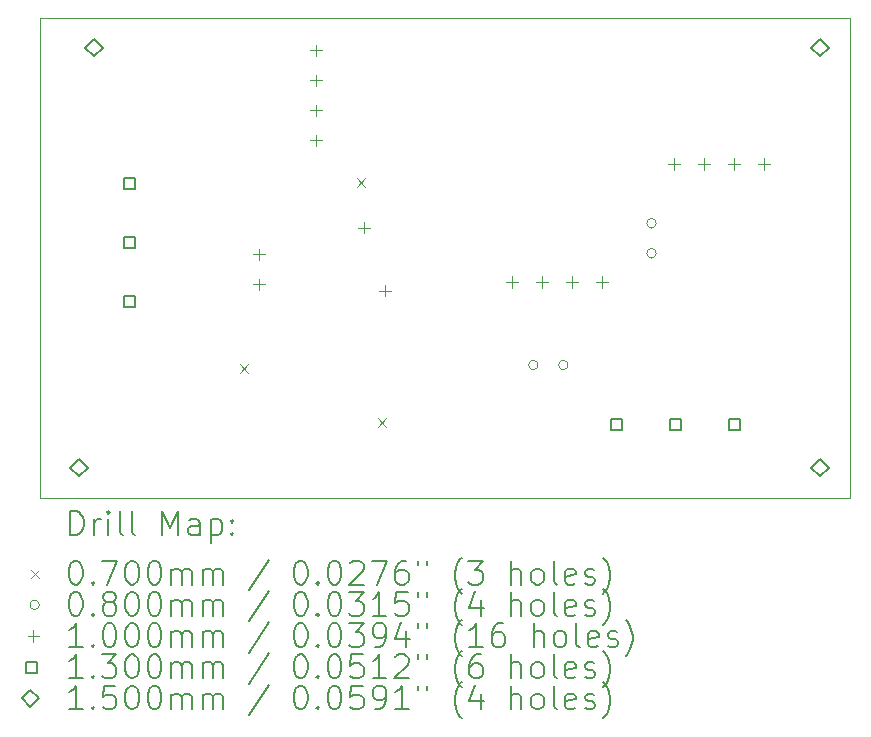
<source format=gbr>
%TF.GenerationSoftware,KiCad,Pcbnew,7.0.4*%
%TF.CreationDate,2023-05-30T06:19:38+05:30*%
%TF.ProjectId,1,312e6b69-6361-4645-9f70-636258585858,rev?*%
%TF.SameCoordinates,Original*%
%TF.FileFunction,Drillmap*%
%TF.FilePolarity,Positive*%
%FSLAX45Y45*%
G04 Gerber Fmt 4.5, Leading zero omitted, Abs format (unit mm)*
G04 Created by KiCad (PCBNEW 7.0.4) date 2023-05-30 06:19:38*
%MOMM*%
%LPD*%
G01*
G04 APERTURE LIST*
%ADD10C,0.100000*%
%ADD11C,0.200000*%
%ADD12C,0.070000*%
%ADD13C,0.080000*%
%ADD14C,0.130000*%
%ADD15C,0.150000*%
G04 APERTURE END LIST*
D10*
X10922000Y-6858000D02*
X17780000Y-6858000D01*
X17780000Y-10922000D01*
X10922000Y-10922000D01*
X10922000Y-6858000D01*
D11*
D12*
X12614200Y-9794800D02*
X12684200Y-9864800D01*
X12684200Y-9794800D02*
X12614200Y-9864800D01*
X13604800Y-8220000D02*
X13674800Y-8290000D01*
X13674800Y-8220000D02*
X13604800Y-8290000D01*
X13782600Y-10252000D02*
X13852600Y-10322000D01*
X13852600Y-10252000D02*
X13782600Y-10322000D01*
D13*
X15140000Y-9800000D02*
G75*
G03*
X15140000Y-9800000I-40000J0D01*
G01*
X15394000Y-9800000D02*
G75*
G03*
X15394000Y-9800000I-40000J0D01*
G01*
X16140000Y-8600000D02*
G75*
G03*
X16140000Y-8600000I-40000J0D01*
G01*
X16140000Y-8854000D02*
G75*
G03*
X16140000Y-8854000I-40000J0D01*
G01*
D10*
X12776200Y-8814100D02*
X12776200Y-8914100D01*
X12726200Y-8864100D02*
X12826200Y-8864100D01*
X12776200Y-9068100D02*
X12776200Y-9168100D01*
X12726200Y-9118100D02*
X12826200Y-9118100D01*
X13258800Y-7086400D02*
X13258800Y-7186400D01*
X13208800Y-7136400D02*
X13308800Y-7136400D01*
X13258800Y-7340400D02*
X13258800Y-7440400D01*
X13208800Y-7390400D02*
X13308800Y-7390400D01*
X13258800Y-7594400D02*
X13258800Y-7694400D01*
X13208800Y-7644400D02*
X13308800Y-7644400D01*
X13258800Y-7848400D02*
X13258800Y-7948400D01*
X13208800Y-7898400D02*
X13308800Y-7898400D01*
X13665200Y-8586000D02*
X13665200Y-8686000D01*
X13615200Y-8636000D02*
X13715200Y-8636000D01*
X13843000Y-9119400D02*
X13843000Y-9219400D01*
X13793000Y-9169400D02*
X13893000Y-9169400D01*
X14918000Y-9050000D02*
X14918000Y-9150000D01*
X14868000Y-9100000D02*
X14968000Y-9100000D01*
X15172000Y-9050000D02*
X15172000Y-9150000D01*
X15122000Y-9100000D02*
X15222000Y-9100000D01*
X15426000Y-9050000D02*
X15426000Y-9150000D01*
X15376000Y-9100000D02*
X15476000Y-9100000D01*
X15680000Y-9050000D02*
X15680000Y-9150000D01*
X15630000Y-9100000D02*
X15730000Y-9100000D01*
X16292000Y-8050000D02*
X16292000Y-8150000D01*
X16242000Y-8100000D02*
X16342000Y-8100000D01*
X16546000Y-8050000D02*
X16546000Y-8150000D01*
X16496000Y-8100000D02*
X16596000Y-8100000D01*
X16800000Y-8050000D02*
X16800000Y-8150000D01*
X16750000Y-8100000D02*
X16850000Y-8100000D01*
X17054000Y-8050000D02*
X17054000Y-8150000D01*
X17004000Y-8100000D02*
X17104000Y-8100000D01*
D14*
X11724862Y-8308962D02*
X11724862Y-8217038D01*
X11632938Y-8217038D01*
X11632938Y-8308962D01*
X11724862Y-8308962D01*
X11724862Y-8808962D02*
X11724862Y-8717038D01*
X11632938Y-8717038D01*
X11632938Y-8808962D01*
X11724862Y-8808962D01*
X11724862Y-9308962D02*
X11724862Y-9217038D01*
X11632938Y-9217038D01*
X11632938Y-9308962D01*
X11724862Y-9308962D01*
X15845962Y-10345962D02*
X15845962Y-10254038D01*
X15754038Y-10254038D01*
X15754038Y-10345962D01*
X15845962Y-10345962D01*
X16345962Y-10345962D02*
X16345962Y-10254038D01*
X16254038Y-10254038D01*
X16254038Y-10345962D01*
X16345962Y-10345962D01*
X16845962Y-10345962D02*
X16845962Y-10254038D01*
X16754038Y-10254038D01*
X16754038Y-10345962D01*
X16845962Y-10345962D01*
D15*
X11252200Y-10743000D02*
X11327200Y-10668000D01*
X11252200Y-10593000D01*
X11177200Y-10668000D01*
X11252200Y-10743000D01*
X11379200Y-7187000D02*
X11454200Y-7112000D01*
X11379200Y-7037000D01*
X11304200Y-7112000D01*
X11379200Y-7187000D01*
X17526000Y-7187000D02*
X17601000Y-7112000D01*
X17526000Y-7037000D01*
X17451000Y-7112000D01*
X17526000Y-7187000D01*
X17526000Y-10743000D02*
X17601000Y-10668000D01*
X17526000Y-10593000D01*
X17451000Y-10668000D01*
X17526000Y-10743000D01*
D11*
X11177777Y-11238484D02*
X11177777Y-11038484D01*
X11177777Y-11038484D02*
X11225396Y-11038484D01*
X11225396Y-11038484D02*
X11253967Y-11048008D01*
X11253967Y-11048008D02*
X11273015Y-11067055D01*
X11273015Y-11067055D02*
X11282539Y-11086103D01*
X11282539Y-11086103D02*
X11292062Y-11124198D01*
X11292062Y-11124198D02*
X11292062Y-11152770D01*
X11292062Y-11152770D02*
X11282539Y-11190865D01*
X11282539Y-11190865D02*
X11273015Y-11209912D01*
X11273015Y-11209912D02*
X11253967Y-11228960D01*
X11253967Y-11228960D02*
X11225396Y-11238484D01*
X11225396Y-11238484D02*
X11177777Y-11238484D01*
X11377777Y-11238484D02*
X11377777Y-11105150D01*
X11377777Y-11143246D02*
X11387301Y-11124198D01*
X11387301Y-11124198D02*
X11396824Y-11114674D01*
X11396824Y-11114674D02*
X11415872Y-11105150D01*
X11415872Y-11105150D02*
X11434920Y-11105150D01*
X11501586Y-11238484D02*
X11501586Y-11105150D01*
X11501586Y-11038484D02*
X11492062Y-11048008D01*
X11492062Y-11048008D02*
X11501586Y-11057531D01*
X11501586Y-11057531D02*
X11511110Y-11048008D01*
X11511110Y-11048008D02*
X11501586Y-11038484D01*
X11501586Y-11038484D02*
X11501586Y-11057531D01*
X11625396Y-11238484D02*
X11606348Y-11228960D01*
X11606348Y-11228960D02*
X11596824Y-11209912D01*
X11596824Y-11209912D02*
X11596824Y-11038484D01*
X11730158Y-11238484D02*
X11711110Y-11228960D01*
X11711110Y-11228960D02*
X11701586Y-11209912D01*
X11701586Y-11209912D02*
X11701586Y-11038484D01*
X11958729Y-11238484D02*
X11958729Y-11038484D01*
X11958729Y-11038484D02*
X12025396Y-11181341D01*
X12025396Y-11181341D02*
X12092062Y-11038484D01*
X12092062Y-11038484D02*
X12092062Y-11238484D01*
X12273015Y-11238484D02*
X12273015Y-11133722D01*
X12273015Y-11133722D02*
X12263491Y-11114674D01*
X12263491Y-11114674D02*
X12244443Y-11105150D01*
X12244443Y-11105150D02*
X12206348Y-11105150D01*
X12206348Y-11105150D02*
X12187301Y-11114674D01*
X12273015Y-11228960D02*
X12253967Y-11238484D01*
X12253967Y-11238484D02*
X12206348Y-11238484D01*
X12206348Y-11238484D02*
X12187301Y-11228960D01*
X12187301Y-11228960D02*
X12177777Y-11209912D01*
X12177777Y-11209912D02*
X12177777Y-11190865D01*
X12177777Y-11190865D02*
X12187301Y-11171817D01*
X12187301Y-11171817D02*
X12206348Y-11162293D01*
X12206348Y-11162293D02*
X12253967Y-11162293D01*
X12253967Y-11162293D02*
X12273015Y-11152770D01*
X12368253Y-11105150D02*
X12368253Y-11305150D01*
X12368253Y-11114674D02*
X12387301Y-11105150D01*
X12387301Y-11105150D02*
X12425396Y-11105150D01*
X12425396Y-11105150D02*
X12444443Y-11114674D01*
X12444443Y-11114674D02*
X12453967Y-11124198D01*
X12453967Y-11124198D02*
X12463491Y-11143246D01*
X12463491Y-11143246D02*
X12463491Y-11200388D01*
X12463491Y-11200388D02*
X12453967Y-11219436D01*
X12453967Y-11219436D02*
X12444443Y-11228960D01*
X12444443Y-11228960D02*
X12425396Y-11238484D01*
X12425396Y-11238484D02*
X12387301Y-11238484D01*
X12387301Y-11238484D02*
X12368253Y-11228960D01*
X12549205Y-11219436D02*
X12558729Y-11228960D01*
X12558729Y-11228960D02*
X12549205Y-11238484D01*
X12549205Y-11238484D02*
X12539682Y-11228960D01*
X12539682Y-11228960D02*
X12549205Y-11219436D01*
X12549205Y-11219436D02*
X12549205Y-11238484D01*
X12549205Y-11114674D02*
X12558729Y-11124198D01*
X12558729Y-11124198D02*
X12549205Y-11133722D01*
X12549205Y-11133722D02*
X12539682Y-11124198D01*
X12539682Y-11124198D02*
X12549205Y-11114674D01*
X12549205Y-11114674D02*
X12549205Y-11133722D01*
D12*
X10847000Y-11532000D02*
X10917000Y-11602000D01*
X10917000Y-11532000D02*
X10847000Y-11602000D01*
D11*
X11215872Y-11458484D02*
X11234920Y-11458484D01*
X11234920Y-11458484D02*
X11253967Y-11468008D01*
X11253967Y-11468008D02*
X11263491Y-11477531D01*
X11263491Y-11477531D02*
X11273015Y-11496579D01*
X11273015Y-11496579D02*
X11282539Y-11534674D01*
X11282539Y-11534674D02*
X11282539Y-11582293D01*
X11282539Y-11582293D02*
X11273015Y-11620388D01*
X11273015Y-11620388D02*
X11263491Y-11639436D01*
X11263491Y-11639436D02*
X11253967Y-11648960D01*
X11253967Y-11648960D02*
X11234920Y-11658484D01*
X11234920Y-11658484D02*
X11215872Y-11658484D01*
X11215872Y-11658484D02*
X11196824Y-11648960D01*
X11196824Y-11648960D02*
X11187301Y-11639436D01*
X11187301Y-11639436D02*
X11177777Y-11620388D01*
X11177777Y-11620388D02*
X11168253Y-11582293D01*
X11168253Y-11582293D02*
X11168253Y-11534674D01*
X11168253Y-11534674D02*
X11177777Y-11496579D01*
X11177777Y-11496579D02*
X11187301Y-11477531D01*
X11187301Y-11477531D02*
X11196824Y-11468008D01*
X11196824Y-11468008D02*
X11215872Y-11458484D01*
X11368253Y-11639436D02*
X11377777Y-11648960D01*
X11377777Y-11648960D02*
X11368253Y-11658484D01*
X11368253Y-11658484D02*
X11358729Y-11648960D01*
X11358729Y-11648960D02*
X11368253Y-11639436D01*
X11368253Y-11639436D02*
X11368253Y-11658484D01*
X11444443Y-11458484D02*
X11577777Y-11458484D01*
X11577777Y-11458484D02*
X11492062Y-11658484D01*
X11692062Y-11458484D02*
X11711110Y-11458484D01*
X11711110Y-11458484D02*
X11730158Y-11468008D01*
X11730158Y-11468008D02*
X11739682Y-11477531D01*
X11739682Y-11477531D02*
X11749205Y-11496579D01*
X11749205Y-11496579D02*
X11758729Y-11534674D01*
X11758729Y-11534674D02*
X11758729Y-11582293D01*
X11758729Y-11582293D02*
X11749205Y-11620388D01*
X11749205Y-11620388D02*
X11739682Y-11639436D01*
X11739682Y-11639436D02*
X11730158Y-11648960D01*
X11730158Y-11648960D02*
X11711110Y-11658484D01*
X11711110Y-11658484D02*
X11692062Y-11658484D01*
X11692062Y-11658484D02*
X11673015Y-11648960D01*
X11673015Y-11648960D02*
X11663491Y-11639436D01*
X11663491Y-11639436D02*
X11653967Y-11620388D01*
X11653967Y-11620388D02*
X11644443Y-11582293D01*
X11644443Y-11582293D02*
X11644443Y-11534674D01*
X11644443Y-11534674D02*
X11653967Y-11496579D01*
X11653967Y-11496579D02*
X11663491Y-11477531D01*
X11663491Y-11477531D02*
X11673015Y-11468008D01*
X11673015Y-11468008D02*
X11692062Y-11458484D01*
X11882539Y-11458484D02*
X11901586Y-11458484D01*
X11901586Y-11458484D02*
X11920634Y-11468008D01*
X11920634Y-11468008D02*
X11930158Y-11477531D01*
X11930158Y-11477531D02*
X11939682Y-11496579D01*
X11939682Y-11496579D02*
X11949205Y-11534674D01*
X11949205Y-11534674D02*
X11949205Y-11582293D01*
X11949205Y-11582293D02*
X11939682Y-11620388D01*
X11939682Y-11620388D02*
X11930158Y-11639436D01*
X11930158Y-11639436D02*
X11920634Y-11648960D01*
X11920634Y-11648960D02*
X11901586Y-11658484D01*
X11901586Y-11658484D02*
X11882539Y-11658484D01*
X11882539Y-11658484D02*
X11863491Y-11648960D01*
X11863491Y-11648960D02*
X11853967Y-11639436D01*
X11853967Y-11639436D02*
X11844443Y-11620388D01*
X11844443Y-11620388D02*
X11834920Y-11582293D01*
X11834920Y-11582293D02*
X11834920Y-11534674D01*
X11834920Y-11534674D02*
X11844443Y-11496579D01*
X11844443Y-11496579D02*
X11853967Y-11477531D01*
X11853967Y-11477531D02*
X11863491Y-11468008D01*
X11863491Y-11468008D02*
X11882539Y-11458484D01*
X12034920Y-11658484D02*
X12034920Y-11525150D01*
X12034920Y-11544198D02*
X12044443Y-11534674D01*
X12044443Y-11534674D02*
X12063491Y-11525150D01*
X12063491Y-11525150D02*
X12092063Y-11525150D01*
X12092063Y-11525150D02*
X12111110Y-11534674D01*
X12111110Y-11534674D02*
X12120634Y-11553722D01*
X12120634Y-11553722D02*
X12120634Y-11658484D01*
X12120634Y-11553722D02*
X12130158Y-11534674D01*
X12130158Y-11534674D02*
X12149205Y-11525150D01*
X12149205Y-11525150D02*
X12177777Y-11525150D01*
X12177777Y-11525150D02*
X12196824Y-11534674D01*
X12196824Y-11534674D02*
X12206348Y-11553722D01*
X12206348Y-11553722D02*
X12206348Y-11658484D01*
X12301586Y-11658484D02*
X12301586Y-11525150D01*
X12301586Y-11544198D02*
X12311110Y-11534674D01*
X12311110Y-11534674D02*
X12330158Y-11525150D01*
X12330158Y-11525150D02*
X12358729Y-11525150D01*
X12358729Y-11525150D02*
X12377777Y-11534674D01*
X12377777Y-11534674D02*
X12387301Y-11553722D01*
X12387301Y-11553722D02*
X12387301Y-11658484D01*
X12387301Y-11553722D02*
X12396824Y-11534674D01*
X12396824Y-11534674D02*
X12415872Y-11525150D01*
X12415872Y-11525150D02*
X12444443Y-11525150D01*
X12444443Y-11525150D02*
X12463491Y-11534674D01*
X12463491Y-11534674D02*
X12473015Y-11553722D01*
X12473015Y-11553722D02*
X12473015Y-11658484D01*
X12863491Y-11448960D02*
X12692063Y-11706103D01*
X13120634Y-11458484D02*
X13139682Y-11458484D01*
X13139682Y-11458484D02*
X13158729Y-11468008D01*
X13158729Y-11468008D02*
X13168253Y-11477531D01*
X13168253Y-11477531D02*
X13177777Y-11496579D01*
X13177777Y-11496579D02*
X13187301Y-11534674D01*
X13187301Y-11534674D02*
X13187301Y-11582293D01*
X13187301Y-11582293D02*
X13177777Y-11620388D01*
X13177777Y-11620388D02*
X13168253Y-11639436D01*
X13168253Y-11639436D02*
X13158729Y-11648960D01*
X13158729Y-11648960D02*
X13139682Y-11658484D01*
X13139682Y-11658484D02*
X13120634Y-11658484D01*
X13120634Y-11658484D02*
X13101586Y-11648960D01*
X13101586Y-11648960D02*
X13092063Y-11639436D01*
X13092063Y-11639436D02*
X13082539Y-11620388D01*
X13082539Y-11620388D02*
X13073015Y-11582293D01*
X13073015Y-11582293D02*
X13073015Y-11534674D01*
X13073015Y-11534674D02*
X13082539Y-11496579D01*
X13082539Y-11496579D02*
X13092063Y-11477531D01*
X13092063Y-11477531D02*
X13101586Y-11468008D01*
X13101586Y-11468008D02*
X13120634Y-11458484D01*
X13273015Y-11639436D02*
X13282539Y-11648960D01*
X13282539Y-11648960D02*
X13273015Y-11658484D01*
X13273015Y-11658484D02*
X13263491Y-11648960D01*
X13263491Y-11648960D02*
X13273015Y-11639436D01*
X13273015Y-11639436D02*
X13273015Y-11658484D01*
X13406348Y-11458484D02*
X13425396Y-11458484D01*
X13425396Y-11458484D02*
X13444444Y-11468008D01*
X13444444Y-11468008D02*
X13453967Y-11477531D01*
X13453967Y-11477531D02*
X13463491Y-11496579D01*
X13463491Y-11496579D02*
X13473015Y-11534674D01*
X13473015Y-11534674D02*
X13473015Y-11582293D01*
X13473015Y-11582293D02*
X13463491Y-11620388D01*
X13463491Y-11620388D02*
X13453967Y-11639436D01*
X13453967Y-11639436D02*
X13444444Y-11648960D01*
X13444444Y-11648960D02*
X13425396Y-11658484D01*
X13425396Y-11658484D02*
X13406348Y-11658484D01*
X13406348Y-11658484D02*
X13387301Y-11648960D01*
X13387301Y-11648960D02*
X13377777Y-11639436D01*
X13377777Y-11639436D02*
X13368253Y-11620388D01*
X13368253Y-11620388D02*
X13358729Y-11582293D01*
X13358729Y-11582293D02*
X13358729Y-11534674D01*
X13358729Y-11534674D02*
X13368253Y-11496579D01*
X13368253Y-11496579D02*
X13377777Y-11477531D01*
X13377777Y-11477531D02*
X13387301Y-11468008D01*
X13387301Y-11468008D02*
X13406348Y-11458484D01*
X13549206Y-11477531D02*
X13558729Y-11468008D01*
X13558729Y-11468008D02*
X13577777Y-11458484D01*
X13577777Y-11458484D02*
X13625396Y-11458484D01*
X13625396Y-11458484D02*
X13644444Y-11468008D01*
X13644444Y-11468008D02*
X13653967Y-11477531D01*
X13653967Y-11477531D02*
X13663491Y-11496579D01*
X13663491Y-11496579D02*
X13663491Y-11515627D01*
X13663491Y-11515627D02*
X13653967Y-11544198D01*
X13653967Y-11544198D02*
X13539682Y-11658484D01*
X13539682Y-11658484D02*
X13663491Y-11658484D01*
X13730158Y-11458484D02*
X13863491Y-11458484D01*
X13863491Y-11458484D02*
X13777777Y-11658484D01*
X14025396Y-11458484D02*
X13987301Y-11458484D01*
X13987301Y-11458484D02*
X13968253Y-11468008D01*
X13968253Y-11468008D02*
X13958729Y-11477531D01*
X13958729Y-11477531D02*
X13939682Y-11506103D01*
X13939682Y-11506103D02*
X13930158Y-11544198D01*
X13930158Y-11544198D02*
X13930158Y-11620388D01*
X13930158Y-11620388D02*
X13939682Y-11639436D01*
X13939682Y-11639436D02*
X13949206Y-11648960D01*
X13949206Y-11648960D02*
X13968253Y-11658484D01*
X13968253Y-11658484D02*
X14006348Y-11658484D01*
X14006348Y-11658484D02*
X14025396Y-11648960D01*
X14025396Y-11648960D02*
X14034920Y-11639436D01*
X14034920Y-11639436D02*
X14044444Y-11620388D01*
X14044444Y-11620388D02*
X14044444Y-11572769D01*
X14044444Y-11572769D02*
X14034920Y-11553722D01*
X14034920Y-11553722D02*
X14025396Y-11544198D01*
X14025396Y-11544198D02*
X14006348Y-11534674D01*
X14006348Y-11534674D02*
X13968253Y-11534674D01*
X13968253Y-11534674D02*
X13949206Y-11544198D01*
X13949206Y-11544198D02*
X13939682Y-11553722D01*
X13939682Y-11553722D02*
X13930158Y-11572769D01*
X14120634Y-11458484D02*
X14120634Y-11496579D01*
X14196825Y-11458484D02*
X14196825Y-11496579D01*
X14492063Y-11734674D02*
X14482539Y-11725150D01*
X14482539Y-11725150D02*
X14463491Y-11696579D01*
X14463491Y-11696579D02*
X14453968Y-11677531D01*
X14453968Y-11677531D02*
X14444444Y-11648960D01*
X14444444Y-11648960D02*
X14434920Y-11601341D01*
X14434920Y-11601341D02*
X14434920Y-11563246D01*
X14434920Y-11563246D02*
X14444444Y-11515627D01*
X14444444Y-11515627D02*
X14453968Y-11487055D01*
X14453968Y-11487055D02*
X14463491Y-11468008D01*
X14463491Y-11468008D02*
X14482539Y-11439436D01*
X14482539Y-11439436D02*
X14492063Y-11429912D01*
X14549206Y-11458484D02*
X14673015Y-11458484D01*
X14673015Y-11458484D02*
X14606348Y-11534674D01*
X14606348Y-11534674D02*
X14634920Y-11534674D01*
X14634920Y-11534674D02*
X14653968Y-11544198D01*
X14653968Y-11544198D02*
X14663491Y-11553722D01*
X14663491Y-11553722D02*
X14673015Y-11572769D01*
X14673015Y-11572769D02*
X14673015Y-11620388D01*
X14673015Y-11620388D02*
X14663491Y-11639436D01*
X14663491Y-11639436D02*
X14653968Y-11648960D01*
X14653968Y-11648960D02*
X14634920Y-11658484D01*
X14634920Y-11658484D02*
X14577777Y-11658484D01*
X14577777Y-11658484D02*
X14558729Y-11648960D01*
X14558729Y-11648960D02*
X14549206Y-11639436D01*
X14911110Y-11658484D02*
X14911110Y-11458484D01*
X14996825Y-11658484D02*
X14996825Y-11553722D01*
X14996825Y-11553722D02*
X14987301Y-11534674D01*
X14987301Y-11534674D02*
X14968253Y-11525150D01*
X14968253Y-11525150D02*
X14939682Y-11525150D01*
X14939682Y-11525150D02*
X14920634Y-11534674D01*
X14920634Y-11534674D02*
X14911110Y-11544198D01*
X15120634Y-11658484D02*
X15101587Y-11648960D01*
X15101587Y-11648960D02*
X15092063Y-11639436D01*
X15092063Y-11639436D02*
X15082539Y-11620388D01*
X15082539Y-11620388D02*
X15082539Y-11563246D01*
X15082539Y-11563246D02*
X15092063Y-11544198D01*
X15092063Y-11544198D02*
X15101587Y-11534674D01*
X15101587Y-11534674D02*
X15120634Y-11525150D01*
X15120634Y-11525150D02*
X15149206Y-11525150D01*
X15149206Y-11525150D02*
X15168253Y-11534674D01*
X15168253Y-11534674D02*
X15177777Y-11544198D01*
X15177777Y-11544198D02*
X15187301Y-11563246D01*
X15187301Y-11563246D02*
X15187301Y-11620388D01*
X15187301Y-11620388D02*
X15177777Y-11639436D01*
X15177777Y-11639436D02*
X15168253Y-11648960D01*
X15168253Y-11648960D02*
X15149206Y-11658484D01*
X15149206Y-11658484D02*
X15120634Y-11658484D01*
X15301587Y-11658484D02*
X15282539Y-11648960D01*
X15282539Y-11648960D02*
X15273015Y-11629912D01*
X15273015Y-11629912D02*
X15273015Y-11458484D01*
X15453968Y-11648960D02*
X15434920Y-11658484D01*
X15434920Y-11658484D02*
X15396825Y-11658484D01*
X15396825Y-11658484D02*
X15377777Y-11648960D01*
X15377777Y-11648960D02*
X15368253Y-11629912D01*
X15368253Y-11629912D02*
X15368253Y-11553722D01*
X15368253Y-11553722D02*
X15377777Y-11534674D01*
X15377777Y-11534674D02*
X15396825Y-11525150D01*
X15396825Y-11525150D02*
X15434920Y-11525150D01*
X15434920Y-11525150D02*
X15453968Y-11534674D01*
X15453968Y-11534674D02*
X15463491Y-11553722D01*
X15463491Y-11553722D02*
X15463491Y-11572769D01*
X15463491Y-11572769D02*
X15368253Y-11591817D01*
X15539682Y-11648960D02*
X15558730Y-11658484D01*
X15558730Y-11658484D02*
X15596825Y-11658484D01*
X15596825Y-11658484D02*
X15615872Y-11648960D01*
X15615872Y-11648960D02*
X15625396Y-11629912D01*
X15625396Y-11629912D02*
X15625396Y-11620388D01*
X15625396Y-11620388D02*
X15615872Y-11601341D01*
X15615872Y-11601341D02*
X15596825Y-11591817D01*
X15596825Y-11591817D02*
X15568253Y-11591817D01*
X15568253Y-11591817D02*
X15549206Y-11582293D01*
X15549206Y-11582293D02*
X15539682Y-11563246D01*
X15539682Y-11563246D02*
X15539682Y-11553722D01*
X15539682Y-11553722D02*
X15549206Y-11534674D01*
X15549206Y-11534674D02*
X15568253Y-11525150D01*
X15568253Y-11525150D02*
X15596825Y-11525150D01*
X15596825Y-11525150D02*
X15615872Y-11534674D01*
X15692063Y-11734674D02*
X15701587Y-11725150D01*
X15701587Y-11725150D02*
X15720634Y-11696579D01*
X15720634Y-11696579D02*
X15730158Y-11677531D01*
X15730158Y-11677531D02*
X15739682Y-11648960D01*
X15739682Y-11648960D02*
X15749206Y-11601341D01*
X15749206Y-11601341D02*
X15749206Y-11563246D01*
X15749206Y-11563246D02*
X15739682Y-11515627D01*
X15739682Y-11515627D02*
X15730158Y-11487055D01*
X15730158Y-11487055D02*
X15720634Y-11468008D01*
X15720634Y-11468008D02*
X15701587Y-11439436D01*
X15701587Y-11439436D02*
X15692063Y-11429912D01*
D13*
X10917000Y-11831000D02*
G75*
G03*
X10917000Y-11831000I-40000J0D01*
G01*
D11*
X11215872Y-11722484D02*
X11234920Y-11722484D01*
X11234920Y-11722484D02*
X11253967Y-11732008D01*
X11253967Y-11732008D02*
X11263491Y-11741531D01*
X11263491Y-11741531D02*
X11273015Y-11760579D01*
X11273015Y-11760579D02*
X11282539Y-11798674D01*
X11282539Y-11798674D02*
X11282539Y-11846293D01*
X11282539Y-11846293D02*
X11273015Y-11884388D01*
X11273015Y-11884388D02*
X11263491Y-11903436D01*
X11263491Y-11903436D02*
X11253967Y-11912960D01*
X11253967Y-11912960D02*
X11234920Y-11922484D01*
X11234920Y-11922484D02*
X11215872Y-11922484D01*
X11215872Y-11922484D02*
X11196824Y-11912960D01*
X11196824Y-11912960D02*
X11187301Y-11903436D01*
X11187301Y-11903436D02*
X11177777Y-11884388D01*
X11177777Y-11884388D02*
X11168253Y-11846293D01*
X11168253Y-11846293D02*
X11168253Y-11798674D01*
X11168253Y-11798674D02*
X11177777Y-11760579D01*
X11177777Y-11760579D02*
X11187301Y-11741531D01*
X11187301Y-11741531D02*
X11196824Y-11732008D01*
X11196824Y-11732008D02*
X11215872Y-11722484D01*
X11368253Y-11903436D02*
X11377777Y-11912960D01*
X11377777Y-11912960D02*
X11368253Y-11922484D01*
X11368253Y-11922484D02*
X11358729Y-11912960D01*
X11358729Y-11912960D02*
X11368253Y-11903436D01*
X11368253Y-11903436D02*
X11368253Y-11922484D01*
X11492062Y-11808198D02*
X11473015Y-11798674D01*
X11473015Y-11798674D02*
X11463491Y-11789150D01*
X11463491Y-11789150D02*
X11453967Y-11770103D01*
X11453967Y-11770103D02*
X11453967Y-11760579D01*
X11453967Y-11760579D02*
X11463491Y-11741531D01*
X11463491Y-11741531D02*
X11473015Y-11732008D01*
X11473015Y-11732008D02*
X11492062Y-11722484D01*
X11492062Y-11722484D02*
X11530158Y-11722484D01*
X11530158Y-11722484D02*
X11549205Y-11732008D01*
X11549205Y-11732008D02*
X11558729Y-11741531D01*
X11558729Y-11741531D02*
X11568253Y-11760579D01*
X11568253Y-11760579D02*
X11568253Y-11770103D01*
X11568253Y-11770103D02*
X11558729Y-11789150D01*
X11558729Y-11789150D02*
X11549205Y-11798674D01*
X11549205Y-11798674D02*
X11530158Y-11808198D01*
X11530158Y-11808198D02*
X11492062Y-11808198D01*
X11492062Y-11808198D02*
X11473015Y-11817722D01*
X11473015Y-11817722D02*
X11463491Y-11827246D01*
X11463491Y-11827246D02*
X11453967Y-11846293D01*
X11453967Y-11846293D02*
X11453967Y-11884388D01*
X11453967Y-11884388D02*
X11463491Y-11903436D01*
X11463491Y-11903436D02*
X11473015Y-11912960D01*
X11473015Y-11912960D02*
X11492062Y-11922484D01*
X11492062Y-11922484D02*
X11530158Y-11922484D01*
X11530158Y-11922484D02*
X11549205Y-11912960D01*
X11549205Y-11912960D02*
X11558729Y-11903436D01*
X11558729Y-11903436D02*
X11568253Y-11884388D01*
X11568253Y-11884388D02*
X11568253Y-11846293D01*
X11568253Y-11846293D02*
X11558729Y-11827246D01*
X11558729Y-11827246D02*
X11549205Y-11817722D01*
X11549205Y-11817722D02*
X11530158Y-11808198D01*
X11692062Y-11722484D02*
X11711110Y-11722484D01*
X11711110Y-11722484D02*
X11730158Y-11732008D01*
X11730158Y-11732008D02*
X11739682Y-11741531D01*
X11739682Y-11741531D02*
X11749205Y-11760579D01*
X11749205Y-11760579D02*
X11758729Y-11798674D01*
X11758729Y-11798674D02*
X11758729Y-11846293D01*
X11758729Y-11846293D02*
X11749205Y-11884388D01*
X11749205Y-11884388D02*
X11739682Y-11903436D01*
X11739682Y-11903436D02*
X11730158Y-11912960D01*
X11730158Y-11912960D02*
X11711110Y-11922484D01*
X11711110Y-11922484D02*
X11692062Y-11922484D01*
X11692062Y-11922484D02*
X11673015Y-11912960D01*
X11673015Y-11912960D02*
X11663491Y-11903436D01*
X11663491Y-11903436D02*
X11653967Y-11884388D01*
X11653967Y-11884388D02*
X11644443Y-11846293D01*
X11644443Y-11846293D02*
X11644443Y-11798674D01*
X11644443Y-11798674D02*
X11653967Y-11760579D01*
X11653967Y-11760579D02*
X11663491Y-11741531D01*
X11663491Y-11741531D02*
X11673015Y-11732008D01*
X11673015Y-11732008D02*
X11692062Y-11722484D01*
X11882539Y-11722484D02*
X11901586Y-11722484D01*
X11901586Y-11722484D02*
X11920634Y-11732008D01*
X11920634Y-11732008D02*
X11930158Y-11741531D01*
X11930158Y-11741531D02*
X11939682Y-11760579D01*
X11939682Y-11760579D02*
X11949205Y-11798674D01*
X11949205Y-11798674D02*
X11949205Y-11846293D01*
X11949205Y-11846293D02*
X11939682Y-11884388D01*
X11939682Y-11884388D02*
X11930158Y-11903436D01*
X11930158Y-11903436D02*
X11920634Y-11912960D01*
X11920634Y-11912960D02*
X11901586Y-11922484D01*
X11901586Y-11922484D02*
X11882539Y-11922484D01*
X11882539Y-11922484D02*
X11863491Y-11912960D01*
X11863491Y-11912960D02*
X11853967Y-11903436D01*
X11853967Y-11903436D02*
X11844443Y-11884388D01*
X11844443Y-11884388D02*
X11834920Y-11846293D01*
X11834920Y-11846293D02*
X11834920Y-11798674D01*
X11834920Y-11798674D02*
X11844443Y-11760579D01*
X11844443Y-11760579D02*
X11853967Y-11741531D01*
X11853967Y-11741531D02*
X11863491Y-11732008D01*
X11863491Y-11732008D02*
X11882539Y-11722484D01*
X12034920Y-11922484D02*
X12034920Y-11789150D01*
X12034920Y-11808198D02*
X12044443Y-11798674D01*
X12044443Y-11798674D02*
X12063491Y-11789150D01*
X12063491Y-11789150D02*
X12092063Y-11789150D01*
X12092063Y-11789150D02*
X12111110Y-11798674D01*
X12111110Y-11798674D02*
X12120634Y-11817722D01*
X12120634Y-11817722D02*
X12120634Y-11922484D01*
X12120634Y-11817722D02*
X12130158Y-11798674D01*
X12130158Y-11798674D02*
X12149205Y-11789150D01*
X12149205Y-11789150D02*
X12177777Y-11789150D01*
X12177777Y-11789150D02*
X12196824Y-11798674D01*
X12196824Y-11798674D02*
X12206348Y-11817722D01*
X12206348Y-11817722D02*
X12206348Y-11922484D01*
X12301586Y-11922484D02*
X12301586Y-11789150D01*
X12301586Y-11808198D02*
X12311110Y-11798674D01*
X12311110Y-11798674D02*
X12330158Y-11789150D01*
X12330158Y-11789150D02*
X12358729Y-11789150D01*
X12358729Y-11789150D02*
X12377777Y-11798674D01*
X12377777Y-11798674D02*
X12387301Y-11817722D01*
X12387301Y-11817722D02*
X12387301Y-11922484D01*
X12387301Y-11817722D02*
X12396824Y-11798674D01*
X12396824Y-11798674D02*
X12415872Y-11789150D01*
X12415872Y-11789150D02*
X12444443Y-11789150D01*
X12444443Y-11789150D02*
X12463491Y-11798674D01*
X12463491Y-11798674D02*
X12473015Y-11817722D01*
X12473015Y-11817722D02*
X12473015Y-11922484D01*
X12863491Y-11712960D02*
X12692063Y-11970103D01*
X13120634Y-11722484D02*
X13139682Y-11722484D01*
X13139682Y-11722484D02*
X13158729Y-11732008D01*
X13158729Y-11732008D02*
X13168253Y-11741531D01*
X13168253Y-11741531D02*
X13177777Y-11760579D01*
X13177777Y-11760579D02*
X13187301Y-11798674D01*
X13187301Y-11798674D02*
X13187301Y-11846293D01*
X13187301Y-11846293D02*
X13177777Y-11884388D01*
X13177777Y-11884388D02*
X13168253Y-11903436D01*
X13168253Y-11903436D02*
X13158729Y-11912960D01*
X13158729Y-11912960D02*
X13139682Y-11922484D01*
X13139682Y-11922484D02*
X13120634Y-11922484D01*
X13120634Y-11922484D02*
X13101586Y-11912960D01*
X13101586Y-11912960D02*
X13092063Y-11903436D01*
X13092063Y-11903436D02*
X13082539Y-11884388D01*
X13082539Y-11884388D02*
X13073015Y-11846293D01*
X13073015Y-11846293D02*
X13073015Y-11798674D01*
X13073015Y-11798674D02*
X13082539Y-11760579D01*
X13082539Y-11760579D02*
X13092063Y-11741531D01*
X13092063Y-11741531D02*
X13101586Y-11732008D01*
X13101586Y-11732008D02*
X13120634Y-11722484D01*
X13273015Y-11903436D02*
X13282539Y-11912960D01*
X13282539Y-11912960D02*
X13273015Y-11922484D01*
X13273015Y-11922484D02*
X13263491Y-11912960D01*
X13263491Y-11912960D02*
X13273015Y-11903436D01*
X13273015Y-11903436D02*
X13273015Y-11922484D01*
X13406348Y-11722484D02*
X13425396Y-11722484D01*
X13425396Y-11722484D02*
X13444444Y-11732008D01*
X13444444Y-11732008D02*
X13453967Y-11741531D01*
X13453967Y-11741531D02*
X13463491Y-11760579D01*
X13463491Y-11760579D02*
X13473015Y-11798674D01*
X13473015Y-11798674D02*
X13473015Y-11846293D01*
X13473015Y-11846293D02*
X13463491Y-11884388D01*
X13463491Y-11884388D02*
X13453967Y-11903436D01*
X13453967Y-11903436D02*
X13444444Y-11912960D01*
X13444444Y-11912960D02*
X13425396Y-11922484D01*
X13425396Y-11922484D02*
X13406348Y-11922484D01*
X13406348Y-11922484D02*
X13387301Y-11912960D01*
X13387301Y-11912960D02*
X13377777Y-11903436D01*
X13377777Y-11903436D02*
X13368253Y-11884388D01*
X13368253Y-11884388D02*
X13358729Y-11846293D01*
X13358729Y-11846293D02*
X13358729Y-11798674D01*
X13358729Y-11798674D02*
X13368253Y-11760579D01*
X13368253Y-11760579D02*
X13377777Y-11741531D01*
X13377777Y-11741531D02*
X13387301Y-11732008D01*
X13387301Y-11732008D02*
X13406348Y-11722484D01*
X13539682Y-11722484D02*
X13663491Y-11722484D01*
X13663491Y-11722484D02*
X13596825Y-11798674D01*
X13596825Y-11798674D02*
X13625396Y-11798674D01*
X13625396Y-11798674D02*
X13644444Y-11808198D01*
X13644444Y-11808198D02*
X13653967Y-11817722D01*
X13653967Y-11817722D02*
X13663491Y-11836769D01*
X13663491Y-11836769D02*
X13663491Y-11884388D01*
X13663491Y-11884388D02*
X13653967Y-11903436D01*
X13653967Y-11903436D02*
X13644444Y-11912960D01*
X13644444Y-11912960D02*
X13625396Y-11922484D01*
X13625396Y-11922484D02*
X13568253Y-11922484D01*
X13568253Y-11922484D02*
X13549206Y-11912960D01*
X13549206Y-11912960D02*
X13539682Y-11903436D01*
X13853967Y-11922484D02*
X13739682Y-11922484D01*
X13796825Y-11922484D02*
X13796825Y-11722484D01*
X13796825Y-11722484D02*
X13777777Y-11751055D01*
X13777777Y-11751055D02*
X13758729Y-11770103D01*
X13758729Y-11770103D02*
X13739682Y-11779627D01*
X14034920Y-11722484D02*
X13939682Y-11722484D01*
X13939682Y-11722484D02*
X13930158Y-11817722D01*
X13930158Y-11817722D02*
X13939682Y-11808198D01*
X13939682Y-11808198D02*
X13958729Y-11798674D01*
X13958729Y-11798674D02*
X14006348Y-11798674D01*
X14006348Y-11798674D02*
X14025396Y-11808198D01*
X14025396Y-11808198D02*
X14034920Y-11817722D01*
X14034920Y-11817722D02*
X14044444Y-11836769D01*
X14044444Y-11836769D02*
X14044444Y-11884388D01*
X14044444Y-11884388D02*
X14034920Y-11903436D01*
X14034920Y-11903436D02*
X14025396Y-11912960D01*
X14025396Y-11912960D02*
X14006348Y-11922484D01*
X14006348Y-11922484D02*
X13958729Y-11922484D01*
X13958729Y-11922484D02*
X13939682Y-11912960D01*
X13939682Y-11912960D02*
X13930158Y-11903436D01*
X14120634Y-11722484D02*
X14120634Y-11760579D01*
X14196825Y-11722484D02*
X14196825Y-11760579D01*
X14492063Y-11998674D02*
X14482539Y-11989150D01*
X14482539Y-11989150D02*
X14463491Y-11960579D01*
X14463491Y-11960579D02*
X14453968Y-11941531D01*
X14453968Y-11941531D02*
X14444444Y-11912960D01*
X14444444Y-11912960D02*
X14434920Y-11865341D01*
X14434920Y-11865341D02*
X14434920Y-11827246D01*
X14434920Y-11827246D02*
X14444444Y-11779627D01*
X14444444Y-11779627D02*
X14453968Y-11751055D01*
X14453968Y-11751055D02*
X14463491Y-11732008D01*
X14463491Y-11732008D02*
X14482539Y-11703436D01*
X14482539Y-11703436D02*
X14492063Y-11693912D01*
X14653968Y-11789150D02*
X14653968Y-11922484D01*
X14606348Y-11712960D02*
X14558729Y-11855817D01*
X14558729Y-11855817D02*
X14682539Y-11855817D01*
X14911110Y-11922484D02*
X14911110Y-11722484D01*
X14996825Y-11922484D02*
X14996825Y-11817722D01*
X14996825Y-11817722D02*
X14987301Y-11798674D01*
X14987301Y-11798674D02*
X14968253Y-11789150D01*
X14968253Y-11789150D02*
X14939682Y-11789150D01*
X14939682Y-11789150D02*
X14920634Y-11798674D01*
X14920634Y-11798674D02*
X14911110Y-11808198D01*
X15120634Y-11922484D02*
X15101587Y-11912960D01*
X15101587Y-11912960D02*
X15092063Y-11903436D01*
X15092063Y-11903436D02*
X15082539Y-11884388D01*
X15082539Y-11884388D02*
X15082539Y-11827246D01*
X15082539Y-11827246D02*
X15092063Y-11808198D01*
X15092063Y-11808198D02*
X15101587Y-11798674D01*
X15101587Y-11798674D02*
X15120634Y-11789150D01*
X15120634Y-11789150D02*
X15149206Y-11789150D01*
X15149206Y-11789150D02*
X15168253Y-11798674D01*
X15168253Y-11798674D02*
X15177777Y-11808198D01*
X15177777Y-11808198D02*
X15187301Y-11827246D01*
X15187301Y-11827246D02*
X15187301Y-11884388D01*
X15187301Y-11884388D02*
X15177777Y-11903436D01*
X15177777Y-11903436D02*
X15168253Y-11912960D01*
X15168253Y-11912960D02*
X15149206Y-11922484D01*
X15149206Y-11922484D02*
X15120634Y-11922484D01*
X15301587Y-11922484D02*
X15282539Y-11912960D01*
X15282539Y-11912960D02*
X15273015Y-11893912D01*
X15273015Y-11893912D02*
X15273015Y-11722484D01*
X15453968Y-11912960D02*
X15434920Y-11922484D01*
X15434920Y-11922484D02*
X15396825Y-11922484D01*
X15396825Y-11922484D02*
X15377777Y-11912960D01*
X15377777Y-11912960D02*
X15368253Y-11893912D01*
X15368253Y-11893912D02*
X15368253Y-11817722D01*
X15368253Y-11817722D02*
X15377777Y-11798674D01*
X15377777Y-11798674D02*
X15396825Y-11789150D01*
X15396825Y-11789150D02*
X15434920Y-11789150D01*
X15434920Y-11789150D02*
X15453968Y-11798674D01*
X15453968Y-11798674D02*
X15463491Y-11817722D01*
X15463491Y-11817722D02*
X15463491Y-11836769D01*
X15463491Y-11836769D02*
X15368253Y-11855817D01*
X15539682Y-11912960D02*
X15558730Y-11922484D01*
X15558730Y-11922484D02*
X15596825Y-11922484D01*
X15596825Y-11922484D02*
X15615872Y-11912960D01*
X15615872Y-11912960D02*
X15625396Y-11893912D01*
X15625396Y-11893912D02*
X15625396Y-11884388D01*
X15625396Y-11884388D02*
X15615872Y-11865341D01*
X15615872Y-11865341D02*
X15596825Y-11855817D01*
X15596825Y-11855817D02*
X15568253Y-11855817D01*
X15568253Y-11855817D02*
X15549206Y-11846293D01*
X15549206Y-11846293D02*
X15539682Y-11827246D01*
X15539682Y-11827246D02*
X15539682Y-11817722D01*
X15539682Y-11817722D02*
X15549206Y-11798674D01*
X15549206Y-11798674D02*
X15568253Y-11789150D01*
X15568253Y-11789150D02*
X15596825Y-11789150D01*
X15596825Y-11789150D02*
X15615872Y-11798674D01*
X15692063Y-11998674D02*
X15701587Y-11989150D01*
X15701587Y-11989150D02*
X15720634Y-11960579D01*
X15720634Y-11960579D02*
X15730158Y-11941531D01*
X15730158Y-11941531D02*
X15739682Y-11912960D01*
X15739682Y-11912960D02*
X15749206Y-11865341D01*
X15749206Y-11865341D02*
X15749206Y-11827246D01*
X15749206Y-11827246D02*
X15739682Y-11779627D01*
X15739682Y-11779627D02*
X15730158Y-11751055D01*
X15730158Y-11751055D02*
X15720634Y-11732008D01*
X15720634Y-11732008D02*
X15701587Y-11703436D01*
X15701587Y-11703436D02*
X15692063Y-11693912D01*
D10*
X10867000Y-12045000D02*
X10867000Y-12145000D01*
X10817000Y-12095000D02*
X10917000Y-12095000D01*
D11*
X11282539Y-12186484D02*
X11168253Y-12186484D01*
X11225396Y-12186484D02*
X11225396Y-11986484D01*
X11225396Y-11986484D02*
X11206348Y-12015055D01*
X11206348Y-12015055D02*
X11187301Y-12034103D01*
X11187301Y-12034103D02*
X11168253Y-12043627D01*
X11368253Y-12167436D02*
X11377777Y-12176960D01*
X11377777Y-12176960D02*
X11368253Y-12186484D01*
X11368253Y-12186484D02*
X11358729Y-12176960D01*
X11358729Y-12176960D02*
X11368253Y-12167436D01*
X11368253Y-12167436D02*
X11368253Y-12186484D01*
X11501586Y-11986484D02*
X11520634Y-11986484D01*
X11520634Y-11986484D02*
X11539682Y-11996008D01*
X11539682Y-11996008D02*
X11549205Y-12005531D01*
X11549205Y-12005531D02*
X11558729Y-12024579D01*
X11558729Y-12024579D02*
X11568253Y-12062674D01*
X11568253Y-12062674D02*
X11568253Y-12110293D01*
X11568253Y-12110293D02*
X11558729Y-12148388D01*
X11558729Y-12148388D02*
X11549205Y-12167436D01*
X11549205Y-12167436D02*
X11539682Y-12176960D01*
X11539682Y-12176960D02*
X11520634Y-12186484D01*
X11520634Y-12186484D02*
X11501586Y-12186484D01*
X11501586Y-12186484D02*
X11482539Y-12176960D01*
X11482539Y-12176960D02*
X11473015Y-12167436D01*
X11473015Y-12167436D02*
X11463491Y-12148388D01*
X11463491Y-12148388D02*
X11453967Y-12110293D01*
X11453967Y-12110293D02*
X11453967Y-12062674D01*
X11453967Y-12062674D02*
X11463491Y-12024579D01*
X11463491Y-12024579D02*
X11473015Y-12005531D01*
X11473015Y-12005531D02*
X11482539Y-11996008D01*
X11482539Y-11996008D02*
X11501586Y-11986484D01*
X11692062Y-11986484D02*
X11711110Y-11986484D01*
X11711110Y-11986484D02*
X11730158Y-11996008D01*
X11730158Y-11996008D02*
X11739682Y-12005531D01*
X11739682Y-12005531D02*
X11749205Y-12024579D01*
X11749205Y-12024579D02*
X11758729Y-12062674D01*
X11758729Y-12062674D02*
X11758729Y-12110293D01*
X11758729Y-12110293D02*
X11749205Y-12148388D01*
X11749205Y-12148388D02*
X11739682Y-12167436D01*
X11739682Y-12167436D02*
X11730158Y-12176960D01*
X11730158Y-12176960D02*
X11711110Y-12186484D01*
X11711110Y-12186484D02*
X11692062Y-12186484D01*
X11692062Y-12186484D02*
X11673015Y-12176960D01*
X11673015Y-12176960D02*
X11663491Y-12167436D01*
X11663491Y-12167436D02*
X11653967Y-12148388D01*
X11653967Y-12148388D02*
X11644443Y-12110293D01*
X11644443Y-12110293D02*
X11644443Y-12062674D01*
X11644443Y-12062674D02*
X11653967Y-12024579D01*
X11653967Y-12024579D02*
X11663491Y-12005531D01*
X11663491Y-12005531D02*
X11673015Y-11996008D01*
X11673015Y-11996008D02*
X11692062Y-11986484D01*
X11882539Y-11986484D02*
X11901586Y-11986484D01*
X11901586Y-11986484D02*
X11920634Y-11996008D01*
X11920634Y-11996008D02*
X11930158Y-12005531D01*
X11930158Y-12005531D02*
X11939682Y-12024579D01*
X11939682Y-12024579D02*
X11949205Y-12062674D01*
X11949205Y-12062674D02*
X11949205Y-12110293D01*
X11949205Y-12110293D02*
X11939682Y-12148388D01*
X11939682Y-12148388D02*
X11930158Y-12167436D01*
X11930158Y-12167436D02*
X11920634Y-12176960D01*
X11920634Y-12176960D02*
X11901586Y-12186484D01*
X11901586Y-12186484D02*
X11882539Y-12186484D01*
X11882539Y-12186484D02*
X11863491Y-12176960D01*
X11863491Y-12176960D02*
X11853967Y-12167436D01*
X11853967Y-12167436D02*
X11844443Y-12148388D01*
X11844443Y-12148388D02*
X11834920Y-12110293D01*
X11834920Y-12110293D02*
X11834920Y-12062674D01*
X11834920Y-12062674D02*
X11844443Y-12024579D01*
X11844443Y-12024579D02*
X11853967Y-12005531D01*
X11853967Y-12005531D02*
X11863491Y-11996008D01*
X11863491Y-11996008D02*
X11882539Y-11986484D01*
X12034920Y-12186484D02*
X12034920Y-12053150D01*
X12034920Y-12072198D02*
X12044443Y-12062674D01*
X12044443Y-12062674D02*
X12063491Y-12053150D01*
X12063491Y-12053150D02*
X12092063Y-12053150D01*
X12092063Y-12053150D02*
X12111110Y-12062674D01*
X12111110Y-12062674D02*
X12120634Y-12081722D01*
X12120634Y-12081722D02*
X12120634Y-12186484D01*
X12120634Y-12081722D02*
X12130158Y-12062674D01*
X12130158Y-12062674D02*
X12149205Y-12053150D01*
X12149205Y-12053150D02*
X12177777Y-12053150D01*
X12177777Y-12053150D02*
X12196824Y-12062674D01*
X12196824Y-12062674D02*
X12206348Y-12081722D01*
X12206348Y-12081722D02*
X12206348Y-12186484D01*
X12301586Y-12186484D02*
X12301586Y-12053150D01*
X12301586Y-12072198D02*
X12311110Y-12062674D01*
X12311110Y-12062674D02*
X12330158Y-12053150D01*
X12330158Y-12053150D02*
X12358729Y-12053150D01*
X12358729Y-12053150D02*
X12377777Y-12062674D01*
X12377777Y-12062674D02*
X12387301Y-12081722D01*
X12387301Y-12081722D02*
X12387301Y-12186484D01*
X12387301Y-12081722D02*
X12396824Y-12062674D01*
X12396824Y-12062674D02*
X12415872Y-12053150D01*
X12415872Y-12053150D02*
X12444443Y-12053150D01*
X12444443Y-12053150D02*
X12463491Y-12062674D01*
X12463491Y-12062674D02*
X12473015Y-12081722D01*
X12473015Y-12081722D02*
X12473015Y-12186484D01*
X12863491Y-11976960D02*
X12692063Y-12234103D01*
X13120634Y-11986484D02*
X13139682Y-11986484D01*
X13139682Y-11986484D02*
X13158729Y-11996008D01*
X13158729Y-11996008D02*
X13168253Y-12005531D01*
X13168253Y-12005531D02*
X13177777Y-12024579D01*
X13177777Y-12024579D02*
X13187301Y-12062674D01*
X13187301Y-12062674D02*
X13187301Y-12110293D01*
X13187301Y-12110293D02*
X13177777Y-12148388D01*
X13177777Y-12148388D02*
X13168253Y-12167436D01*
X13168253Y-12167436D02*
X13158729Y-12176960D01*
X13158729Y-12176960D02*
X13139682Y-12186484D01*
X13139682Y-12186484D02*
X13120634Y-12186484D01*
X13120634Y-12186484D02*
X13101586Y-12176960D01*
X13101586Y-12176960D02*
X13092063Y-12167436D01*
X13092063Y-12167436D02*
X13082539Y-12148388D01*
X13082539Y-12148388D02*
X13073015Y-12110293D01*
X13073015Y-12110293D02*
X13073015Y-12062674D01*
X13073015Y-12062674D02*
X13082539Y-12024579D01*
X13082539Y-12024579D02*
X13092063Y-12005531D01*
X13092063Y-12005531D02*
X13101586Y-11996008D01*
X13101586Y-11996008D02*
X13120634Y-11986484D01*
X13273015Y-12167436D02*
X13282539Y-12176960D01*
X13282539Y-12176960D02*
X13273015Y-12186484D01*
X13273015Y-12186484D02*
X13263491Y-12176960D01*
X13263491Y-12176960D02*
X13273015Y-12167436D01*
X13273015Y-12167436D02*
X13273015Y-12186484D01*
X13406348Y-11986484D02*
X13425396Y-11986484D01*
X13425396Y-11986484D02*
X13444444Y-11996008D01*
X13444444Y-11996008D02*
X13453967Y-12005531D01*
X13453967Y-12005531D02*
X13463491Y-12024579D01*
X13463491Y-12024579D02*
X13473015Y-12062674D01*
X13473015Y-12062674D02*
X13473015Y-12110293D01*
X13473015Y-12110293D02*
X13463491Y-12148388D01*
X13463491Y-12148388D02*
X13453967Y-12167436D01*
X13453967Y-12167436D02*
X13444444Y-12176960D01*
X13444444Y-12176960D02*
X13425396Y-12186484D01*
X13425396Y-12186484D02*
X13406348Y-12186484D01*
X13406348Y-12186484D02*
X13387301Y-12176960D01*
X13387301Y-12176960D02*
X13377777Y-12167436D01*
X13377777Y-12167436D02*
X13368253Y-12148388D01*
X13368253Y-12148388D02*
X13358729Y-12110293D01*
X13358729Y-12110293D02*
X13358729Y-12062674D01*
X13358729Y-12062674D02*
X13368253Y-12024579D01*
X13368253Y-12024579D02*
X13377777Y-12005531D01*
X13377777Y-12005531D02*
X13387301Y-11996008D01*
X13387301Y-11996008D02*
X13406348Y-11986484D01*
X13539682Y-11986484D02*
X13663491Y-11986484D01*
X13663491Y-11986484D02*
X13596825Y-12062674D01*
X13596825Y-12062674D02*
X13625396Y-12062674D01*
X13625396Y-12062674D02*
X13644444Y-12072198D01*
X13644444Y-12072198D02*
X13653967Y-12081722D01*
X13653967Y-12081722D02*
X13663491Y-12100769D01*
X13663491Y-12100769D02*
X13663491Y-12148388D01*
X13663491Y-12148388D02*
X13653967Y-12167436D01*
X13653967Y-12167436D02*
X13644444Y-12176960D01*
X13644444Y-12176960D02*
X13625396Y-12186484D01*
X13625396Y-12186484D02*
X13568253Y-12186484D01*
X13568253Y-12186484D02*
X13549206Y-12176960D01*
X13549206Y-12176960D02*
X13539682Y-12167436D01*
X13758729Y-12186484D02*
X13796825Y-12186484D01*
X13796825Y-12186484D02*
X13815872Y-12176960D01*
X13815872Y-12176960D02*
X13825396Y-12167436D01*
X13825396Y-12167436D02*
X13844444Y-12138865D01*
X13844444Y-12138865D02*
X13853967Y-12100769D01*
X13853967Y-12100769D02*
X13853967Y-12024579D01*
X13853967Y-12024579D02*
X13844444Y-12005531D01*
X13844444Y-12005531D02*
X13834920Y-11996008D01*
X13834920Y-11996008D02*
X13815872Y-11986484D01*
X13815872Y-11986484D02*
X13777777Y-11986484D01*
X13777777Y-11986484D02*
X13758729Y-11996008D01*
X13758729Y-11996008D02*
X13749206Y-12005531D01*
X13749206Y-12005531D02*
X13739682Y-12024579D01*
X13739682Y-12024579D02*
X13739682Y-12072198D01*
X13739682Y-12072198D02*
X13749206Y-12091246D01*
X13749206Y-12091246D02*
X13758729Y-12100769D01*
X13758729Y-12100769D02*
X13777777Y-12110293D01*
X13777777Y-12110293D02*
X13815872Y-12110293D01*
X13815872Y-12110293D02*
X13834920Y-12100769D01*
X13834920Y-12100769D02*
X13844444Y-12091246D01*
X13844444Y-12091246D02*
X13853967Y-12072198D01*
X14025396Y-12053150D02*
X14025396Y-12186484D01*
X13977777Y-11976960D02*
X13930158Y-12119817D01*
X13930158Y-12119817D02*
X14053967Y-12119817D01*
X14120634Y-11986484D02*
X14120634Y-12024579D01*
X14196825Y-11986484D02*
X14196825Y-12024579D01*
X14492063Y-12262674D02*
X14482539Y-12253150D01*
X14482539Y-12253150D02*
X14463491Y-12224579D01*
X14463491Y-12224579D02*
X14453968Y-12205531D01*
X14453968Y-12205531D02*
X14444444Y-12176960D01*
X14444444Y-12176960D02*
X14434920Y-12129341D01*
X14434920Y-12129341D02*
X14434920Y-12091246D01*
X14434920Y-12091246D02*
X14444444Y-12043627D01*
X14444444Y-12043627D02*
X14453968Y-12015055D01*
X14453968Y-12015055D02*
X14463491Y-11996008D01*
X14463491Y-11996008D02*
X14482539Y-11967436D01*
X14482539Y-11967436D02*
X14492063Y-11957912D01*
X14673015Y-12186484D02*
X14558729Y-12186484D01*
X14615872Y-12186484D02*
X14615872Y-11986484D01*
X14615872Y-11986484D02*
X14596825Y-12015055D01*
X14596825Y-12015055D02*
X14577777Y-12034103D01*
X14577777Y-12034103D02*
X14558729Y-12043627D01*
X14844444Y-11986484D02*
X14806348Y-11986484D01*
X14806348Y-11986484D02*
X14787301Y-11996008D01*
X14787301Y-11996008D02*
X14777777Y-12005531D01*
X14777777Y-12005531D02*
X14758729Y-12034103D01*
X14758729Y-12034103D02*
X14749206Y-12072198D01*
X14749206Y-12072198D02*
X14749206Y-12148388D01*
X14749206Y-12148388D02*
X14758729Y-12167436D01*
X14758729Y-12167436D02*
X14768253Y-12176960D01*
X14768253Y-12176960D02*
X14787301Y-12186484D01*
X14787301Y-12186484D02*
X14825396Y-12186484D01*
X14825396Y-12186484D02*
X14844444Y-12176960D01*
X14844444Y-12176960D02*
X14853968Y-12167436D01*
X14853968Y-12167436D02*
X14863491Y-12148388D01*
X14863491Y-12148388D02*
X14863491Y-12100769D01*
X14863491Y-12100769D02*
X14853968Y-12081722D01*
X14853968Y-12081722D02*
X14844444Y-12072198D01*
X14844444Y-12072198D02*
X14825396Y-12062674D01*
X14825396Y-12062674D02*
X14787301Y-12062674D01*
X14787301Y-12062674D02*
X14768253Y-12072198D01*
X14768253Y-12072198D02*
X14758729Y-12081722D01*
X14758729Y-12081722D02*
X14749206Y-12100769D01*
X15101587Y-12186484D02*
X15101587Y-11986484D01*
X15187301Y-12186484D02*
X15187301Y-12081722D01*
X15187301Y-12081722D02*
X15177777Y-12062674D01*
X15177777Y-12062674D02*
X15158730Y-12053150D01*
X15158730Y-12053150D02*
X15130158Y-12053150D01*
X15130158Y-12053150D02*
X15111110Y-12062674D01*
X15111110Y-12062674D02*
X15101587Y-12072198D01*
X15311110Y-12186484D02*
X15292063Y-12176960D01*
X15292063Y-12176960D02*
X15282539Y-12167436D01*
X15282539Y-12167436D02*
X15273015Y-12148388D01*
X15273015Y-12148388D02*
X15273015Y-12091246D01*
X15273015Y-12091246D02*
X15282539Y-12072198D01*
X15282539Y-12072198D02*
X15292063Y-12062674D01*
X15292063Y-12062674D02*
X15311110Y-12053150D01*
X15311110Y-12053150D02*
X15339682Y-12053150D01*
X15339682Y-12053150D02*
X15358730Y-12062674D01*
X15358730Y-12062674D02*
X15368253Y-12072198D01*
X15368253Y-12072198D02*
X15377777Y-12091246D01*
X15377777Y-12091246D02*
X15377777Y-12148388D01*
X15377777Y-12148388D02*
X15368253Y-12167436D01*
X15368253Y-12167436D02*
X15358730Y-12176960D01*
X15358730Y-12176960D02*
X15339682Y-12186484D01*
X15339682Y-12186484D02*
X15311110Y-12186484D01*
X15492063Y-12186484D02*
X15473015Y-12176960D01*
X15473015Y-12176960D02*
X15463491Y-12157912D01*
X15463491Y-12157912D02*
X15463491Y-11986484D01*
X15644444Y-12176960D02*
X15625396Y-12186484D01*
X15625396Y-12186484D02*
X15587301Y-12186484D01*
X15587301Y-12186484D02*
X15568253Y-12176960D01*
X15568253Y-12176960D02*
X15558730Y-12157912D01*
X15558730Y-12157912D02*
X15558730Y-12081722D01*
X15558730Y-12081722D02*
X15568253Y-12062674D01*
X15568253Y-12062674D02*
X15587301Y-12053150D01*
X15587301Y-12053150D02*
X15625396Y-12053150D01*
X15625396Y-12053150D02*
X15644444Y-12062674D01*
X15644444Y-12062674D02*
X15653968Y-12081722D01*
X15653968Y-12081722D02*
X15653968Y-12100769D01*
X15653968Y-12100769D02*
X15558730Y-12119817D01*
X15730158Y-12176960D02*
X15749206Y-12186484D01*
X15749206Y-12186484D02*
X15787301Y-12186484D01*
X15787301Y-12186484D02*
X15806349Y-12176960D01*
X15806349Y-12176960D02*
X15815872Y-12157912D01*
X15815872Y-12157912D02*
X15815872Y-12148388D01*
X15815872Y-12148388D02*
X15806349Y-12129341D01*
X15806349Y-12129341D02*
X15787301Y-12119817D01*
X15787301Y-12119817D02*
X15758730Y-12119817D01*
X15758730Y-12119817D02*
X15739682Y-12110293D01*
X15739682Y-12110293D02*
X15730158Y-12091246D01*
X15730158Y-12091246D02*
X15730158Y-12081722D01*
X15730158Y-12081722D02*
X15739682Y-12062674D01*
X15739682Y-12062674D02*
X15758730Y-12053150D01*
X15758730Y-12053150D02*
X15787301Y-12053150D01*
X15787301Y-12053150D02*
X15806349Y-12062674D01*
X15882539Y-12262674D02*
X15892063Y-12253150D01*
X15892063Y-12253150D02*
X15911111Y-12224579D01*
X15911111Y-12224579D02*
X15920634Y-12205531D01*
X15920634Y-12205531D02*
X15930158Y-12176960D01*
X15930158Y-12176960D02*
X15939682Y-12129341D01*
X15939682Y-12129341D02*
X15939682Y-12091246D01*
X15939682Y-12091246D02*
X15930158Y-12043627D01*
X15930158Y-12043627D02*
X15920634Y-12015055D01*
X15920634Y-12015055D02*
X15911111Y-11996008D01*
X15911111Y-11996008D02*
X15892063Y-11967436D01*
X15892063Y-11967436D02*
X15882539Y-11957912D01*
D14*
X10897962Y-12404962D02*
X10897962Y-12313038D01*
X10806038Y-12313038D01*
X10806038Y-12404962D01*
X10897962Y-12404962D01*
D11*
X11282539Y-12450484D02*
X11168253Y-12450484D01*
X11225396Y-12450484D02*
X11225396Y-12250484D01*
X11225396Y-12250484D02*
X11206348Y-12279055D01*
X11206348Y-12279055D02*
X11187301Y-12298103D01*
X11187301Y-12298103D02*
X11168253Y-12307627D01*
X11368253Y-12431436D02*
X11377777Y-12440960D01*
X11377777Y-12440960D02*
X11368253Y-12450484D01*
X11368253Y-12450484D02*
X11358729Y-12440960D01*
X11358729Y-12440960D02*
X11368253Y-12431436D01*
X11368253Y-12431436D02*
X11368253Y-12450484D01*
X11444443Y-12250484D02*
X11568253Y-12250484D01*
X11568253Y-12250484D02*
X11501586Y-12326674D01*
X11501586Y-12326674D02*
X11530158Y-12326674D01*
X11530158Y-12326674D02*
X11549205Y-12336198D01*
X11549205Y-12336198D02*
X11558729Y-12345722D01*
X11558729Y-12345722D02*
X11568253Y-12364769D01*
X11568253Y-12364769D02*
X11568253Y-12412388D01*
X11568253Y-12412388D02*
X11558729Y-12431436D01*
X11558729Y-12431436D02*
X11549205Y-12440960D01*
X11549205Y-12440960D02*
X11530158Y-12450484D01*
X11530158Y-12450484D02*
X11473015Y-12450484D01*
X11473015Y-12450484D02*
X11453967Y-12440960D01*
X11453967Y-12440960D02*
X11444443Y-12431436D01*
X11692062Y-12250484D02*
X11711110Y-12250484D01*
X11711110Y-12250484D02*
X11730158Y-12260008D01*
X11730158Y-12260008D02*
X11739682Y-12269531D01*
X11739682Y-12269531D02*
X11749205Y-12288579D01*
X11749205Y-12288579D02*
X11758729Y-12326674D01*
X11758729Y-12326674D02*
X11758729Y-12374293D01*
X11758729Y-12374293D02*
X11749205Y-12412388D01*
X11749205Y-12412388D02*
X11739682Y-12431436D01*
X11739682Y-12431436D02*
X11730158Y-12440960D01*
X11730158Y-12440960D02*
X11711110Y-12450484D01*
X11711110Y-12450484D02*
X11692062Y-12450484D01*
X11692062Y-12450484D02*
X11673015Y-12440960D01*
X11673015Y-12440960D02*
X11663491Y-12431436D01*
X11663491Y-12431436D02*
X11653967Y-12412388D01*
X11653967Y-12412388D02*
X11644443Y-12374293D01*
X11644443Y-12374293D02*
X11644443Y-12326674D01*
X11644443Y-12326674D02*
X11653967Y-12288579D01*
X11653967Y-12288579D02*
X11663491Y-12269531D01*
X11663491Y-12269531D02*
X11673015Y-12260008D01*
X11673015Y-12260008D02*
X11692062Y-12250484D01*
X11882539Y-12250484D02*
X11901586Y-12250484D01*
X11901586Y-12250484D02*
X11920634Y-12260008D01*
X11920634Y-12260008D02*
X11930158Y-12269531D01*
X11930158Y-12269531D02*
X11939682Y-12288579D01*
X11939682Y-12288579D02*
X11949205Y-12326674D01*
X11949205Y-12326674D02*
X11949205Y-12374293D01*
X11949205Y-12374293D02*
X11939682Y-12412388D01*
X11939682Y-12412388D02*
X11930158Y-12431436D01*
X11930158Y-12431436D02*
X11920634Y-12440960D01*
X11920634Y-12440960D02*
X11901586Y-12450484D01*
X11901586Y-12450484D02*
X11882539Y-12450484D01*
X11882539Y-12450484D02*
X11863491Y-12440960D01*
X11863491Y-12440960D02*
X11853967Y-12431436D01*
X11853967Y-12431436D02*
X11844443Y-12412388D01*
X11844443Y-12412388D02*
X11834920Y-12374293D01*
X11834920Y-12374293D02*
X11834920Y-12326674D01*
X11834920Y-12326674D02*
X11844443Y-12288579D01*
X11844443Y-12288579D02*
X11853967Y-12269531D01*
X11853967Y-12269531D02*
X11863491Y-12260008D01*
X11863491Y-12260008D02*
X11882539Y-12250484D01*
X12034920Y-12450484D02*
X12034920Y-12317150D01*
X12034920Y-12336198D02*
X12044443Y-12326674D01*
X12044443Y-12326674D02*
X12063491Y-12317150D01*
X12063491Y-12317150D02*
X12092063Y-12317150D01*
X12092063Y-12317150D02*
X12111110Y-12326674D01*
X12111110Y-12326674D02*
X12120634Y-12345722D01*
X12120634Y-12345722D02*
X12120634Y-12450484D01*
X12120634Y-12345722D02*
X12130158Y-12326674D01*
X12130158Y-12326674D02*
X12149205Y-12317150D01*
X12149205Y-12317150D02*
X12177777Y-12317150D01*
X12177777Y-12317150D02*
X12196824Y-12326674D01*
X12196824Y-12326674D02*
X12206348Y-12345722D01*
X12206348Y-12345722D02*
X12206348Y-12450484D01*
X12301586Y-12450484D02*
X12301586Y-12317150D01*
X12301586Y-12336198D02*
X12311110Y-12326674D01*
X12311110Y-12326674D02*
X12330158Y-12317150D01*
X12330158Y-12317150D02*
X12358729Y-12317150D01*
X12358729Y-12317150D02*
X12377777Y-12326674D01*
X12377777Y-12326674D02*
X12387301Y-12345722D01*
X12387301Y-12345722D02*
X12387301Y-12450484D01*
X12387301Y-12345722D02*
X12396824Y-12326674D01*
X12396824Y-12326674D02*
X12415872Y-12317150D01*
X12415872Y-12317150D02*
X12444443Y-12317150D01*
X12444443Y-12317150D02*
X12463491Y-12326674D01*
X12463491Y-12326674D02*
X12473015Y-12345722D01*
X12473015Y-12345722D02*
X12473015Y-12450484D01*
X12863491Y-12240960D02*
X12692063Y-12498103D01*
X13120634Y-12250484D02*
X13139682Y-12250484D01*
X13139682Y-12250484D02*
X13158729Y-12260008D01*
X13158729Y-12260008D02*
X13168253Y-12269531D01*
X13168253Y-12269531D02*
X13177777Y-12288579D01*
X13177777Y-12288579D02*
X13187301Y-12326674D01*
X13187301Y-12326674D02*
X13187301Y-12374293D01*
X13187301Y-12374293D02*
X13177777Y-12412388D01*
X13177777Y-12412388D02*
X13168253Y-12431436D01*
X13168253Y-12431436D02*
X13158729Y-12440960D01*
X13158729Y-12440960D02*
X13139682Y-12450484D01*
X13139682Y-12450484D02*
X13120634Y-12450484D01*
X13120634Y-12450484D02*
X13101586Y-12440960D01*
X13101586Y-12440960D02*
X13092063Y-12431436D01*
X13092063Y-12431436D02*
X13082539Y-12412388D01*
X13082539Y-12412388D02*
X13073015Y-12374293D01*
X13073015Y-12374293D02*
X13073015Y-12326674D01*
X13073015Y-12326674D02*
X13082539Y-12288579D01*
X13082539Y-12288579D02*
X13092063Y-12269531D01*
X13092063Y-12269531D02*
X13101586Y-12260008D01*
X13101586Y-12260008D02*
X13120634Y-12250484D01*
X13273015Y-12431436D02*
X13282539Y-12440960D01*
X13282539Y-12440960D02*
X13273015Y-12450484D01*
X13273015Y-12450484D02*
X13263491Y-12440960D01*
X13263491Y-12440960D02*
X13273015Y-12431436D01*
X13273015Y-12431436D02*
X13273015Y-12450484D01*
X13406348Y-12250484D02*
X13425396Y-12250484D01*
X13425396Y-12250484D02*
X13444444Y-12260008D01*
X13444444Y-12260008D02*
X13453967Y-12269531D01*
X13453967Y-12269531D02*
X13463491Y-12288579D01*
X13463491Y-12288579D02*
X13473015Y-12326674D01*
X13473015Y-12326674D02*
X13473015Y-12374293D01*
X13473015Y-12374293D02*
X13463491Y-12412388D01*
X13463491Y-12412388D02*
X13453967Y-12431436D01*
X13453967Y-12431436D02*
X13444444Y-12440960D01*
X13444444Y-12440960D02*
X13425396Y-12450484D01*
X13425396Y-12450484D02*
X13406348Y-12450484D01*
X13406348Y-12450484D02*
X13387301Y-12440960D01*
X13387301Y-12440960D02*
X13377777Y-12431436D01*
X13377777Y-12431436D02*
X13368253Y-12412388D01*
X13368253Y-12412388D02*
X13358729Y-12374293D01*
X13358729Y-12374293D02*
X13358729Y-12326674D01*
X13358729Y-12326674D02*
X13368253Y-12288579D01*
X13368253Y-12288579D02*
X13377777Y-12269531D01*
X13377777Y-12269531D02*
X13387301Y-12260008D01*
X13387301Y-12260008D02*
X13406348Y-12250484D01*
X13653967Y-12250484D02*
X13558729Y-12250484D01*
X13558729Y-12250484D02*
X13549206Y-12345722D01*
X13549206Y-12345722D02*
X13558729Y-12336198D01*
X13558729Y-12336198D02*
X13577777Y-12326674D01*
X13577777Y-12326674D02*
X13625396Y-12326674D01*
X13625396Y-12326674D02*
X13644444Y-12336198D01*
X13644444Y-12336198D02*
X13653967Y-12345722D01*
X13653967Y-12345722D02*
X13663491Y-12364769D01*
X13663491Y-12364769D02*
X13663491Y-12412388D01*
X13663491Y-12412388D02*
X13653967Y-12431436D01*
X13653967Y-12431436D02*
X13644444Y-12440960D01*
X13644444Y-12440960D02*
X13625396Y-12450484D01*
X13625396Y-12450484D02*
X13577777Y-12450484D01*
X13577777Y-12450484D02*
X13558729Y-12440960D01*
X13558729Y-12440960D02*
X13549206Y-12431436D01*
X13853967Y-12450484D02*
X13739682Y-12450484D01*
X13796825Y-12450484D02*
X13796825Y-12250484D01*
X13796825Y-12250484D02*
X13777777Y-12279055D01*
X13777777Y-12279055D02*
X13758729Y-12298103D01*
X13758729Y-12298103D02*
X13739682Y-12307627D01*
X13930158Y-12269531D02*
X13939682Y-12260008D01*
X13939682Y-12260008D02*
X13958729Y-12250484D01*
X13958729Y-12250484D02*
X14006348Y-12250484D01*
X14006348Y-12250484D02*
X14025396Y-12260008D01*
X14025396Y-12260008D02*
X14034920Y-12269531D01*
X14034920Y-12269531D02*
X14044444Y-12288579D01*
X14044444Y-12288579D02*
X14044444Y-12307627D01*
X14044444Y-12307627D02*
X14034920Y-12336198D01*
X14034920Y-12336198D02*
X13920634Y-12450484D01*
X13920634Y-12450484D02*
X14044444Y-12450484D01*
X14120634Y-12250484D02*
X14120634Y-12288579D01*
X14196825Y-12250484D02*
X14196825Y-12288579D01*
X14492063Y-12526674D02*
X14482539Y-12517150D01*
X14482539Y-12517150D02*
X14463491Y-12488579D01*
X14463491Y-12488579D02*
X14453968Y-12469531D01*
X14453968Y-12469531D02*
X14444444Y-12440960D01*
X14444444Y-12440960D02*
X14434920Y-12393341D01*
X14434920Y-12393341D02*
X14434920Y-12355246D01*
X14434920Y-12355246D02*
X14444444Y-12307627D01*
X14444444Y-12307627D02*
X14453968Y-12279055D01*
X14453968Y-12279055D02*
X14463491Y-12260008D01*
X14463491Y-12260008D02*
X14482539Y-12231436D01*
X14482539Y-12231436D02*
X14492063Y-12221912D01*
X14653968Y-12250484D02*
X14615872Y-12250484D01*
X14615872Y-12250484D02*
X14596825Y-12260008D01*
X14596825Y-12260008D02*
X14587301Y-12269531D01*
X14587301Y-12269531D02*
X14568253Y-12298103D01*
X14568253Y-12298103D02*
X14558729Y-12336198D01*
X14558729Y-12336198D02*
X14558729Y-12412388D01*
X14558729Y-12412388D02*
X14568253Y-12431436D01*
X14568253Y-12431436D02*
X14577777Y-12440960D01*
X14577777Y-12440960D02*
X14596825Y-12450484D01*
X14596825Y-12450484D02*
X14634920Y-12450484D01*
X14634920Y-12450484D02*
X14653968Y-12440960D01*
X14653968Y-12440960D02*
X14663491Y-12431436D01*
X14663491Y-12431436D02*
X14673015Y-12412388D01*
X14673015Y-12412388D02*
X14673015Y-12364769D01*
X14673015Y-12364769D02*
X14663491Y-12345722D01*
X14663491Y-12345722D02*
X14653968Y-12336198D01*
X14653968Y-12336198D02*
X14634920Y-12326674D01*
X14634920Y-12326674D02*
X14596825Y-12326674D01*
X14596825Y-12326674D02*
X14577777Y-12336198D01*
X14577777Y-12336198D02*
X14568253Y-12345722D01*
X14568253Y-12345722D02*
X14558729Y-12364769D01*
X14911110Y-12450484D02*
X14911110Y-12250484D01*
X14996825Y-12450484D02*
X14996825Y-12345722D01*
X14996825Y-12345722D02*
X14987301Y-12326674D01*
X14987301Y-12326674D02*
X14968253Y-12317150D01*
X14968253Y-12317150D02*
X14939682Y-12317150D01*
X14939682Y-12317150D02*
X14920634Y-12326674D01*
X14920634Y-12326674D02*
X14911110Y-12336198D01*
X15120634Y-12450484D02*
X15101587Y-12440960D01*
X15101587Y-12440960D02*
X15092063Y-12431436D01*
X15092063Y-12431436D02*
X15082539Y-12412388D01*
X15082539Y-12412388D02*
X15082539Y-12355246D01*
X15082539Y-12355246D02*
X15092063Y-12336198D01*
X15092063Y-12336198D02*
X15101587Y-12326674D01*
X15101587Y-12326674D02*
X15120634Y-12317150D01*
X15120634Y-12317150D02*
X15149206Y-12317150D01*
X15149206Y-12317150D02*
X15168253Y-12326674D01*
X15168253Y-12326674D02*
X15177777Y-12336198D01*
X15177777Y-12336198D02*
X15187301Y-12355246D01*
X15187301Y-12355246D02*
X15187301Y-12412388D01*
X15187301Y-12412388D02*
X15177777Y-12431436D01*
X15177777Y-12431436D02*
X15168253Y-12440960D01*
X15168253Y-12440960D02*
X15149206Y-12450484D01*
X15149206Y-12450484D02*
X15120634Y-12450484D01*
X15301587Y-12450484D02*
X15282539Y-12440960D01*
X15282539Y-12440960D02*
X15273015Y-12421912D01*
X15273015Y-12421912D02*
X15273015Y-12250484D01*
X15453968Y-12440960D02*
X15434920Y-12450484D01*
X15434920Y-12450484D02*
X15396825Y-12450484D01*
X15396825Y-12450484D02*
X15377777Y-12440960D01*
X15377777Y-12440960D02*
X15368253Y-12421912D01*
X15368253Y-12421912D02*
X15368253Y-12345722D01*
X15368253Y-12345722D02*
X15377777Y-12326674D01*
X15377777Y-12326674D02*
X15396825Y-12317150D01*
X15396825Y-12317150D02*
X15434920Y-12317150D01*
X15434920Y-12317150D02*
X15453968Y-12326674D01*
X15453968Y-12326674D02*
X15463491Y-12345722D01*
X15463491Y-12345722D02*
X15463491Y-12364769D01*
X15463491Y-12364769D02*
X15368253Y-12383817D01*
X15539682Y-12440960D02*
X15558730Y-12450484D01*
X15558730Y-12450484D02*
X15596825Y-12450484D01*
X15596825Y-12450484D02*
X15615872Y-12440960D01*
X15615872Y-12440960D02*
X15625396Y-12421912D01*
X15625396Y-12421912D02*
X15625396Y-12412388D01*
X15625396Y-12412388D02*
X15615872Y-12393341D01*
X15615872Y-12393341D02*
X15596825Y-12383817D01*
X15596825Y-12383817D02*
X15568253Y-12383817D01*
X15568253Y-12383817D02*
X15549206Y-12374293D01*
X15549206Y-12374293D02*
X15539682Y-12355246D01*
X15539682Y-12355246D02*
X15539682Y-12345722D01*
X15539682Y-12345722D02*
X15549206Y-12326674D01*
X15549206Y-12326674D02*
X15568253Y-12317150D01*
X15568253Y-12317150D02*
X15596825Y-12317150D01*
X15596825Y-12317150D02*
X15615872Y-12326674D01*
X15692063Y-12526674D02*
X15701587Y-12517150D01*
X15701587Y-12517150D02*
X15720634Y-12488579D01*
X15720634Y-12488579D02*
X15730158Y-12469531D01*
X15730158Y-12469531D02*
X15739682Y-12440960D01*
X15739682Y-12440960D02*
X15749206Y-12393341D01*
X15749206Y-12393341D02*
X15749206Y-12355246D01*
X15749206Y-12355246D02*
X15739682Y-12307627D01*
X15739682Y-12307627D02*
X15730158Y-12279055D01*
X15730158Y-12279055D02*
X15720634Y-12260008D01*
X15720634Y-12260008D02*
X15701587Y-12231436D01*
X15701587Y-12231436D02*
X15692063Y-12221912D01*
D15*
X10842000Y-12698000D02*
X10917000Y-12623000D01*
X10842000Y-12548000D01*
X10767000Y-12623000D01*
X10842000Y-12698000D01*
D11*
X11282539Y-12714484D02*
X11168253Y-12714484D01*
X11225396Y-12714484D02*
X11225396Y-12514484D01*
X11225396Y-12514484D02*
X11206348Y-12543055D01*
X11206348Y-12543055D02*
X11187301Y-12562103D01*
X11187301Y-12562103D02*
X11168253Y-12571627D01*
X11368253Y-12695436D02*
X11377777Y-12704960D01*
X11377777Y-12704960D02*
X11368253Y-12714484D01*
X11368253Y-12714484D02*
X11358729Y-12704960D01*
X11358729Y-12704960D02*
X11368253Y-12695436D01*
X11368253Y-12695436D02*
X11368253Y-12714484D01*
X11558729Y-12514484D02*
X11463491Y-12514484D01*
X11463491Y-12514484D02*
X11453967Y-12609722D01*
X11453967Y-12609722D02*
X11463491Y-12600198D01*
X11463491Y-12600198D02*
X11482539Y-12590674D01*
X11482539Y-12590674D02*
X11530158Y-12590674D01*
X11530158Y-12590674D02*
X11549205Y-12600198D01*
X11549205Y-12600198D02*
X11558729Y-12609722D01*
X11558729Y-12609722D02*
X11568253Y-12628769D01*
X11568253Y-12628769D02*
X11568253Y-12676388D01*
X11568253Y-12676388D02*
X11558729Y-12695436D01*
X11558729Y-12695436D02*
X11549205Y-12704960D01*
X11549205Y-12704960D02*
X11530158Y-12714484D01*
X11530158Y-12714484D02*
X11482539Y-12714484D01*
X11482539Y-12714484D02*
X11463491Y-12704960D01*
X11463491Y-12704960D02*
X11453967Y-12695436D01*
X11692062Y-12514484D02*
X11711110Y-12514484D01*
X11711110Y-12514484D02*
X11730158Y-12524008D01*
X11730158Y-12524008D02*
X11739682Y-12533531D01*
X11739682Y-12533531D02*
X11749205Y-12552579D01*
X11749205Y-12552579D02*
X11758729Y-12590674D01*
X11758729Y-12590674D02*
X11758729Y-12638293D01*
X11758729Y-12638293D02*
X11749205Y-12676388D01*
X11749205Y-12676388D02*
X11739682Y-12695436D01*
X11739682Y-12695436D02*
X11730158Y-12704960D01*
X11730158Y-12704960D02*
X11711110Y-12714484D01*
X11711110Y-12714484D02*
X11692062Y-12714484D01*
X11692062Y-12714484D02*
X11673015Y-12704960D01*
X11673015Y-12704960D02*
X11663491Y-12695436D01*
X11663491Y-12695436D02*
X11653967Y-12676388D01*
X11653967Y-12676388D02*
X11644443Y-12638293D01*
X11644443Y-12638293D02*
X11644443Y-12590674D01*
X11644443Y-12590674D02*
X11653967Y-12552579D01*
X11653967Y-12552579D02*
X11663491Y-12533531D01*
X11663491Y-12533531D02*
X11673015Y-12524008D01*
X11673015Y-12524008D02*
X11692062Y-12514484D01*
X11882539Y-12514484D02*
X11901586Y-12514484D01*
X11901586Y-12514484D02*
X11920634Y-12524008D01*
X11920634Y-12524008D02*
X11930158Y-12533531D01*
X11930158Y-12533531D02*
X11939682Y-12552579D01*
X11939682Y-12552579D02*
X11949205Y-12590674D01*
X11949205Y-12590674D02*
X11949205Y-12638293D01*
X11949205Y-12638293D02*
X11939682Y-12676388D01*
X11939682Y-12676388D02*
X11930158Y-12695436D01*
X11930158Y-12695436D02*
X11920634Y-12704960D01*
X11920634Y-12704960D02*
X11901586Y-12714484D01*
X11901586Y-12714484D02*
X11882539Y-12714484D01*
X11882539Y-12714484D02*
X11863491Y-12704960D01*
X11863491Y-12704960D02*
X11853967Y-12695436D01*
X11853967Y-12695436D02*
X11844443Y-12676388D01*
X11844443Y-12676388D02*
X11834920Y-12638293D01*
X11834920Y-12638293D02*
X11834920Y-12590674D01*
X11834920Y-12590674D02*
X11844443Y-12552579D01*
X11844443Y-12552579D02*
X11853967Y-12533531D01*
X11853967Y-12533531D02*
X11863491Y-12524008D01*
X11863491Y-12524008D02*
X11882539Y-12514484D01*
X12034920Y-12714484D02*
X12034920Y-12581150D01*
X12034920Y-12600198D02*
X12044443Y-12590674D01*
X12044443Y-12590674D02*
X12063491Y-12581150D01*
X12063491Y-12581150D02*
X12092063Y-12581150D01*
X12092063Y-12581150D02*
X12111110Y-12590674D01*
X12111110Y-12590674D02*
X12120634Y-12609722D01*
X12120634Y-12609722D02*
X12120634Y-12714484D01*
X12120634Y-12609722D02*
X12130158Y-12590674D01*
X12130158Y-12590674D02*
X12149205Y-12581150D01*
X12149205Y-12581150D02*
X12177777Y-12581150D01*
X12177777Y-12581150D02*
X12196824Y-12590674D01*
X12196824Y-12590674D02*
X12206348Y-12609722D01*
X12206348Y-12609722D02*
X12206348Y-12714484D01*
X12301586Y-12714484D02*
X12301586Y-12581150D01*
X12301586Y-12600198D02*
X12311110Y-12590674D01*
X12311110Y-12590674D02*
X12330158Y-12581150D01*
X12330158Y-12581150D02*
X12358729Y-12581150D01*
X12358729Y-12581150D02*
X12377777Y-12590674D01*
X12377777Y-12590674D02*
X12387301Y-12609722D01*
X12387301Y-12609722D02*
X12387301Y-12714484D01*
X12387301Y-12609722D02*
X12396824Y-12590674D01*
X12396824Y-12590674D02*
X12415872Y-12581150D01*
X12415872Y-12581150D02*
X12444443Y-12581150D01*
X12444443Y-12581150D02*
X12463491Y-12590674D01*
X12463491Y-12590674D02*
X12473015Y-12609722D01*
X12473015Y-12609722D02*
X12473015Y-12714484D01*
X12863491Y-12504960D02*
X12692063Y-12762103D01*
X13120634Y-12514484D02*
X13139682Y-12514484D01*
X13139682Y-12514484D02*
X13158729Y-12524008D01*
X13158729Y-12524008D02*
X13168253Y-12533531D01*
X13168253Y-12533531D02*
X13177777Y-12552579D01*
X13177777Y-12552579D02*
X13187301Y-12590674D01*
X13187301Y-12590674D02*
X13187301Y-12638293D01*
X13187301Y-12638293D02*
X13177777Y-12676388D01*
X13177777Y-12676388D02*
X13168253Y-12695436D01*
X13168253Y-12695436D02*
X13158729Y-12704960D01*
X13158729Y-12704960D02*
X13139682Y-12714484D01*
X13139682Y-12714484D02*
X13120634Y-12714484D01*
X13120634Y-12714484D02*
X13101586Y-12704960D01*
X13101586Y-12704960D02*
X13092063Y-12695436D01*
X13092063Y-12695436D02*
X13082539Y-12676388D01*
X13082539Y-12676388D02*
X13073015Y-12638293D01*
X13073015Y-12638293D02*
X13073015Y-12590674D01*
X13073015Y-12590674D02*
X13082539Y-12552579D01*
X13082539Y-12552579D02*
X13092063Y-12533531D01*
X13092063Y-12533531D02*
X13101586Y-12524008D01*
X13101586Y-12524008D02*
X13120634Y-12514484D01*
X13273015Y-12695436D02*
X13282539Y-12704960D01*
X13282539Y-12704960D02*
X13273015Y-12714484D01*
X13273015Y-12714484D02*
X13263491Y-12704960D01*
X13263491Y-12704960D02*
X13273015Y-12695436D01*
X13273015Y-12695436D02*
X13273015Y-12714484D01*
X13406348Y-12514484D02*
X13425396Y-12514484D01*
X13425396Y-12514484D02*
X13444444Y-12524008D01*
X13444444Y-12524008D02*
X13453967Y-12533531D01*
X13453967Y-12533531D02*
X13463491Y-12552579D01*
X13463491Y-12552579D02*
X13473015Y-12590674D01*
X13473015Y-12590674D02*
X13473015Y-12638293D01*
X13473015Y-12638293D02*
X13463491Y-12676388D01*
X13463491Y-12676388D02*
X13453967Y-12695436D01*
X13453967Y-12695436D02*
X13444444Y-12704960D01*
X13444444Y-12704960D02*
X13425396Y-12714484D01*
X13425396Y-12714484D02*
X13406348Y-12714484D01*
X13406348Y-12714484D02*
X13387301Y-12704960D01*
X13387301Y-12704960D02*
X13377777Y-12695436D01*
X13377777Y-12695436D02*
X13368253Y-12676388D01*
X13368253Y-12676388D02*
X13358729Y-12638293D01*
X13358729Y-12638293D02*
X13358729Y-12590674D01*
X13358729Y-12590674D02*
X13368253Y-12552579D01*
X13368253Y-12552579D02*
X13377777Y-12533531D01*
X13377777Y-12533531D02*
X13387301Y-12524008D01*
X13387301Y-12524008D02*
X13406348Y-12514484D01*
X13653967Y-12514484D02*
X13558729Y-12514484D01*
X13558729Y-12514484D02*
X13549206Y-12609722D01*
X13549206Y-12609722D02*
X13558729Y-12600198D01*
X13558729Y-12600198D02*
X13577777Y-12590674D01*
X13577777Y-12590674D02*
X13625396Y-12590674D01*
X13625396Y-12590674D02*
X13644444Y-12600198D01*
X13644444Y-12600198D02*
X13653967Y-12609722D01*
X13653967Y-12609722D02*
X13663491Y-12628769D01*
X13663491Y-12628769D02*
X13663491Y-12676388D01*
X13663491Y-12676388D02*
X13653967Y-12695436D01*
X13653967Y-12695436D02*
X13644444Y-12704960D01*
X13644444Y-12704960D02*
X13625396Y-12714484D01*
X13625396Y-12714484D02*
X13577777Y-12714484D01*
X13577777Y-12714484D02*
X13558729Y-12704960D01*
X13558729Y-12704960D02*
X13549206Y-12695436D01*
X13758729Y-12714484D02*
X13796825Y-12714484D01*
X13796825Y-12714484D02*
X13815872Y-12704960D01*
X13815872Y-12704960D02*
X13825396Y-12695436D01*
X13825396Y-12695436D02*
X13844444Y-12666865D01*
X13844444Y-12666865D02*
X13853967Y-12628769D01*
X13853967Y-12628769D02*
X13853967Y-12552579D01*
X13853967Y-12552579D02*
X13844444Y-12533531D01*
X13844444Y-12533531D02*
X13834920Y-12524008D01*
X13834920Y-12524008D02*
X13815872Y-12514484D01*
X13815872Y-12514484D02*
X13777777Y-12514484D01*
X13777777Y-12514484D02*
X13758729Y-12524008D01*
X13758729Y-12524008D02*
X13749206Y-12533531D01*
X13749206Y-12533531D02*
X13739682Y-12552579D01*
X13739682Y-12552579D02*
X13739682Y-12600198D01*
X13739682Y-12600198D02*
X13749206Y-12619246D01*
X13749206Y-12619246D02*
X13758729Y-12628769D01*
X13758729Y-12628769D02*
X13777777Y-12638293D01*
X13777777Y-12638293D02*
X13815872Y-12638293D01*
X13815872Y-12638293D02*
X13834920Y-12628769D01*
X13834920Y-12628769D02*
X13844444Y-12619246D01*
X13844444Y-12619246D02*
X13853967Y-12600198D01*
X14044444Y-12714484D02*
X13930158Y-12714484D01*
X13987301Y-12714484D02*
X13987301Y-12514484D01*
X13987301Y-12514484D02*
X13968253Y-12543055D01*
X13968253Y-12543055D02*
X13949206Y-12562103D01*
X13949206Y-12562103D02*
X13930158Y-12571627D01*
X14120634Y-12514484D02*
X14120634Y-12552579D01*
X14196825Y-12514484D02*
X14196825Y-12552579D01*
X14492063Y-12790674D02*
X14482539Y-12781150D01*
X14482539Y-12781150D02*
X14463491Y-12752579D01*
X14463491Y-12752579D02*
X14453968Y-12733531D01*
X14453968Y-12733531D02*
X14444444Y-12704960D01*
X14444444Y-12704960D02*
X14434920Y-12657341D01*
X14434920Y-12657341D02*
X14434920Y-12619246D01*
X14434920Y-12619246D02*
X14444444Y-12571627D01*
X14444444Y-12571627D02*
X14453968Y-12543055D01*
X14453968Y-12543055D02*
X14463491Y-12524008D01*
X14463491Y-12524008D02*
X14482539Y-12495436D01*
X14482539Y-12495436D02*
X14492063Y-12485912D01*
X14653968Y-12581150D02*
X14653968Y-12714484D01*
X14606348Y-12504960D02*
X14558729Y-12647817D01*
X14558729Y-12647817D02*
X14682539Y-12647817D01*
X14911110Y-12714484D02*
X14911110Y-12514484D01*
X14996825Y-12714484D02*
X14996825Y-12609722D01*
X14996825Y-12609722D02*
X14987301Y-12590674D01*
X14987301Y-12590674D02*
X14968253Y-12581150D01*
X14968253Y-12581150D02*
X14939682Y-12581150D01*
X14939682Y-12581150D02*
X14920634Y-12590674D01*
X14920634Y-12590674D02*
X14911110Y-12600198D01*
X15120634Y-12714484D02*
X15101587Y-12704960D01*
X15101587Y-12704960D02*
X15092063Y-12695436D01*
X15092063Y-12695436D02*
X15082539Y-12676388D01*
X15082539Y-12676388D02*
X15082539Y-12619246D01*
X15082539Y-12619246D02*
X15092063Y-12600198D01*
X15092063Y-12600198D02*
X15101587Y-12590674D01*
X15101587Y-12590674D02*
X15120634Y-12581150D01*
X15120634Y-12581150D02*
X15149206Y-12581150D01*
X15149206Y-12581150D02*
X15168253Y-12590674D01*
X15168253Y-12590674D02*
X15177777Y-12600198D01*
X15177777Y-12600198D02*
X15187301Y-12619246D01*
X15187301Y-12619246D02*
X15187301Y-12676388D01*
X15187301Y-12676388D02*
X15177777Y-12695436D01*
X15177777Y-12695436D02*
X15168253Y-12704960D01*
X15168253Y-12704960D02*
X15149206Y-12714484D01*
X15149206Y-12714484D02*
X15120634Y-12714484D01*
X15301587Y-12714484D02*
X15282539Y-12704960D01*
X15282539Y-12704960D02*
X15273015Y-12685912D01*
X15273015Y-12685912D02*
X15273015Y-12514484D01*
X15453968Y-12704960D02*
X15434920Y-12714484D01*
X15434920Y-12714484D02*
X15396825Y-12714484D01*
X15396825Y-12714484D02*
X15377777Y-12704960D01*
X15377777Y-12704960D02*
X15368253Y-12685912D01*
X15368253Y-12685912D02*
X15368253Y-12609722D01*
X15368253Y-12609722D02*
X15377777Y-12590674D01*
X15377777Y-12590674D02*
X15396825Y-12581150D01*
X15396825Y-12581150D02*
X15434920Y-12581150D01*
X15434920Y-12581150D02*
X15453968Y-12590674D01*
X15453968Y-12590674D02*
X15463491Y-12609722D01*
X15463491Y-12609722D02*
X15463491Y-12628769D01*
X15463491Y-12628769D02*
X15368253Y-12647817D01*
X15539682Y-12704960D02*
X15558730Y-12714484D01*
X15558730Y-12714484D02*
X15596825Y-12714484D01*
X15596825Y-12714484D02*
X15615872Y-12704960D01*
X15615872Y-12704960D02*
X15625396Y-12685912D01*
X15625396Y-12685912D02*
X15625396Y-12676388D01*
X15625396Y-12676388D02*
X15615872Y-12657341D01*
X15615872Y-12657341D02*
X15596825Y-12647817D01*
X15596825Y-12647817D02*
X15568253Y-12647817D01*
X15568253Y-12647817D02*
X15549206Y-12638293D01*
X15549206Y-12638293D02*
X15539682Y-12619246D01*
X15539682Y-12619246D02*
X15539682Y-12609722D01*
X15539682Y-12609722D02*
X15549206Y-12590674D01*
X15549206Y-12590674D02*
X15568253Y-12581150D01*
X15568253Y-12581150D02*
X15596825Y-12581150D01*
X15596825Y-12581150D02*
X15615872Y-12590674D01*
X15692063Y-12790674D02*
X15701587Y-12781150D01*
X15701587Y-12781150D02*
X15720634Y-12752579D01*
X15720634Y-12752579D02*
X15730158Y-12733531D01*
X15730158Y-12733531D02*
X15739682Y-12704960D01*
X15739682Y-12704960D02*
X15749206Y-12657341D01*
X15749206Y-12657341D02*
X15749206Y-12619246D01*
X15749206Y-12619246D02*
X15739682Y-12571627D01*
X15739682Y-12571627D02*
X15730158Y-12543055D01*
X15730158Y-12543055D02*
X15720634Y-12524008D01*
X15720634Y-12524008D02*
X15701587Y-12495436D01*
X15701587Y-12495436D02*
X15692063Y-12485912D01*
M02*

</source>
